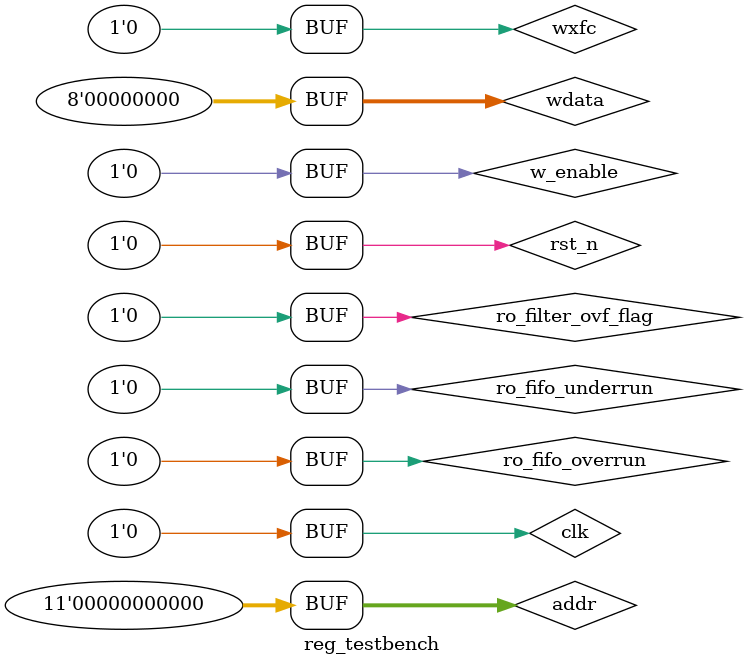
<source format=v>

`timescale 1ns / 1ps

module reg_testbench;

	// Inputs
	reg rst_n;
	reg clk;
	reg [10:0] addr;
	reg [7:0] wdata;
	reg w_enable;
	reg wxfc;
	reg ro_fifo_underrun;
	reg ro_fifo_overrun;
	reg ro_filter_ovf_flag;

	// Outputs
	wire rxfc;
	wire [7:0] rdata;
	wire rf_i2si_bist_en;
	wire [2:0] rf_filter_shift;
	wire rf_filter_clip_en;
	wire trig_fifo_overrun;
	wire trig_fifo_underrun;
	wire trig_filter_ovf_flag_clear;
	wire [7:0] rf_i2si_bist_start_val_a;
	wire [3:0] rf_i2si_bist_start_val_b;
	wire [7:0] rf_i2si_bist_incr;
	wire [7:0] rf_i2si_bist_upper_limit_a;
	wire [3:0] rf_i2si_bist_upper_limit_b;
	wire [7:0] rf_filter_coeff0_a;
	wire [7:0] rf_filter_coeff0_b;
	wire [7:0] rf_filter_coeff1_a;
	wire [7:0] rf_filter_coeff1_b;
	wire [7:0] rf_filter_coeff2_a;
	wire [7:0] rf_filter_coeff2_b;
	wire [7:0] rf_filter_coeff3_a;
	wire [7:0] rf_filter_coeff3_b;
	wire [7:0] rf_filter_coeff4_a;
	wire [7:0] rf_filter_coeff4_b;
	wire [7:0] rf_filter_coeff5_a;
	wire [7:0] rf_filter_coeff5_b;
	wire [7:0] rf_filter_coeff6_a;
	wire [7:0] rf_filter_coeff6_b;
	wire [7:0] rf_filter_coeff7_a;
	wire [7:0] rf_filter_coeff7_b;
	wire [7:0] rf_filter_coeff8_a;
	wire [7:0] rf_filter_coeff8_b;
	wire [7:0] rf_filter_coeff9_a;
	wire [7:0] rf_filter_coeff9_b;
	wire [7:0] rf_filter_coeff10_a;
	wire [7:0] rf_filter_coeff10_b;
	wire [7:0] rf_filter_coeff11_a;
	wire [7:0] rf_filter_coeff11_b;
	wire [7:0] rf_filter_coeff12_a;
	wire [7:0] rf_filter_coeff12_b;
	wire [7:0] rf_filter_coeff13_a;
	wire [7:0] rf_filter_coeff13_b;
	wire [7:0] rf_filter_coeff14_a;
	wire [7:0] rf_filter_coeff14_b;
	wire [7:0] rf_filter_coeff15_a;
	wire [7:0] rf_filter_coeff15_b;
	wire [7:0] rf_filter_coeff16_a;
	wire [7:0] rf_filter_coeff16_b;
	wire [7:0] rf_filter_coeff17_a;
	wire [7:0] rf_filter_coeff17_b;
	wire [7:0] rf_filter_coeff18_a;
	wire [7:0] rf_filter_coeff18_b;
	wire [7:0] rf_filter_coeff19_a;
	wire [7:0] rf_filter_coeff19_b;
	wire [7:0] rf_filter_coeff20_a;
	wire [7:0] rf_filter_coeff20_b;
	wire [7:0] rf_filter_coeff21_a;
	wire [7:0] rf_filter_coeff21_b;
	wire [7:0] rf_filter_coeff22_a;
	wire [7:0] rf_filter_coeff22_b;
	wire [7:0] rf_filter_coeff23_a;
	wire [7:0] rf_filter_coeff23_b;
	wire [7:0] rf_filter_coeff24_a;
	wire [7:0] rf_filter_coeff24_b;
	wire [7:0] rf_filter_coeff25_a;
	wire [7:0] rf_filter_coeff25_b;
	wire [7:0] rf_filter_coeff26_a;
	wire [7:0] rf_filter_coeff26_b;
	wire [7:0] rf_filter_coeff27_a;
	wire [7:0] rf_filter_coeff27_b;
	wire [7:0] rf_filter_coeff28_a;
	wire [7:0] rf_filter_coeff28_b;
	wire [7:0] rf_filter_coeff29_a;
	wire [7:0] rf_filter_coeff29_b;
	wire [7:0] rf_filter_coeff30_a;
	wire [7:0] rf_filter_coeff30_b;
	wire [7:0] rf_filter_coeff31_a;
	wire [7:0] rf_filter_coeff31_b;
	wire [7:0] rf_filter_coeff32_a;
	wire [7:0] rf_filter_coeff32_b;
	wire [7:0] rf_filter_coeff33_a;
	wire [7:0] rf_filter_coeff33_b;
	wire [7:0] rf_filter_coeff34_a;
	wire [7:0] rf_filter_coeff34_b;
	wire [7:0] rf_filter_coeff35_a;
	wire [7:0] rf_filter_coeff35_b;
	wire [7:0] rf_filter_coeff36_a;
	wire [7:0] rf_filter_coeff36_b;
	wire [7:0] rf_filter_coeff37_a;
	wire [7:0] rf_filter_coeff37_b;
	wire [7:0] rf_filter_coeff38_a;
	wire [7:0] rf_filter_coeff38_b;
	wire [7:0] rf_filter_coeff39_a;
	wire [7:0] rf_filter_coeff39_b;
	wire [7:0] rf_filter_coeff40_a;
	wire [7:0] rf_filter_coeff40_b;
	wire [7:0] rf_filter_coeff41_a;
	wire [7:0] rf_filter_coeff41_b;
	wire [7:0] rf_filter_coeff42_a;
	wire [7:0] rf_filter_coeff42_b;
	wire [7:0] rf_filter_coeff43_a;
	wire [7:0] rf_filter_coeff43_b;
	wire [7:0] rf_filter_coeff44_a;
	wire [7:0] rf_filter_coeff44_b;
	wire [7:0] rf_filter_coeff45_a;
	wire [7:0] rf_filter_coeff45_b;
	wire [7:0] rf_filter_coeff46_a;
	wire [7:0] rf_filter_coeff46_b;
	wire [7:0] rf_filter_coeff47_a;
	wire [7:0] rf_filter_coeff47_b;
	wire [7:0] rf_filter_coeff48_a;
	wire [7:0] rf_filter_coeff48_b;
	wire [7:0] rf_filter_coeff49_a;
	wire [7:0] rf_filter_coeff49_b;
	wire [7:0] rf_filter_coeff50_a;
	wire [7:0] rf_filter_coeff50_b;
	wire [7:0] rf_filter_coeff51_a;
	wire [7:0] rf_filter_coeff51_b;
	wire [7:0] rf_filter_coeff52_a;
	wire [7:0] rf_filter_coeff52_b;
	wire [7:0] rf_filter_coeff53_a;
	wire [7:0] rf_filter_coeff53_b;
	wire [7:0] rf_filter_coeff54_a;
	wire [7:0] rf_filter_coeff54_b;
	wire [7:0] rf_filter_coeff55_a;
	wire [7:0] rf_filter_coeff55_b;
	wire [7:0] rf_filter_coeff56_a;
	wire [7:0] rf_filter_coeff56_b;
	wire [7:0] rf_filter_coeff57_a;
	wire [7:0] rf_filter_coeff57_b;
	wire [7:0] rf_filter_coeff58_a;
	wire [7:0] rf_filter_coeff58_b;
	wire [7:0] rf_filter_coeff59_a;
	wire [7:0] rf_filter_coeff59_b;
	wire [7:0] rf_filter_coeff60_a;
	wire [7:0] rf_filter_coeff60_b;
	wire [7:0] rf_filter_coeff61_a;
	wire [7:0] rf_filter_coeff61_b;
	wire [7:0] rf_filter_coeff62_a;
	wire [7:0] rf_filter_coeff62_b;
	wire [7:0] rf_filter_coeff63_a;
	wire [7:0] rf_filter_coeff63_b;
	wire [7:0] rf_filter_coeff64_a;
	wire [7:0] rf_filter_coeff64_b;
	wire [7:0] rf_filter_coeff65_a;
	wire [7:0] rf_filter_coeff65_b;
	wire [7:0] rf_filter_coeff66_a;
	wire [7:0] rf_filter_coeff66_b;
	wire [7:0] rf_filter_coeff67_a;
	wire [7:0] rf_filter_coeff67_b;
	wire [7:0] rf_filter_coeff68_a;
	wire [7:0] rf_filter_coeff68_b;
	wire [7:0] rf_filter_coeff69_a;
	wire [7:0] rf_filter_coeff69_b;
	wire [7:0] rf_filter_coeff70_a;
	wire [7:0] rf_filter_coeff70_b;
	wire [7:0] rf_filter_coeff71_a;
	wire [7:0] rf_filter_coeff71_b;
	wire [7:0] rf_filter_coeff72_a;
	wire [7:0] rf_filter_coeff72_b;
	wire [7:0] rf_filter_coeff73_a;
	wire [7:0] rf_filter_coeff73_b;
	wire [7:0] rf_filter_coeff74_a;
	wire [7:0] rf_filter_coeff74_b;
	wire [7:0] rf_filter_coeff75_a;
	wire [7:0] rf_filter_coeff75_b;
	wire [7:0] rf_filter_coeff76_a;
	wire [7:0] rf_filter_coeff76_b;
	wire [7:0] rf_filter_coeff77_a;
	wire [7:0] rf_filter_coeff77_b;
	wire [7:0] rf_filter_coeff78_a;
	wire [7:0] rf_filter_coeff78_b;
	wire [7:0] rf_filter_coeff79_a;
	wire [7:0] rf_filter_coeff79_b;
	wire [7:0] rf_filter_coeff80_a;
	wire [7:0] rf_filter_coeff80_b;
	wire [7:0] rf_filter_coeff81_a;
	wire [7:0] rf_filter_coeff81_b;
	wire [7:0] rf_filter_coeff82_a;
	wire [7:0] rf_filter_coeff82_b;
	wire [7:0] rf_filter_coeff83_a;
	wire [7:0] rf_filter_coeff83_b;
	wire [7:0] rf_filter_coeff84_a;
	wire [7:0] rf_filter_coeff84_b;
	wire [7:0] rf_filter_coeff85_a;
	wire [7:0] rf_filter_coeff85_b;
	wire [7:0] rf_filter_coeff86_a;
	wire [7:0] rf_filter_coeff86_b;
	wire [7:0] rf_filter_coeff87_a;
	wire [7:0] rf_filter_coeff87_b;
	wire [7:0] rf_filter_coeff88_a;
	wire [7:0] rf_filter_coeff88_b;
	wire [7:0] rf_filter_coeff89_a;
	wire [7:0] rf_filter_coeff89_b;
	wire [7:0] rf_filter_coeff90_a;
	wire [7:0] rf_filter_coeff90_b;
	wire [7:0] rf_filter_coeff91_a;
	wire [7:0] rf_filter_coeff91_b;
	wire [7:0] rf_filter_coeff92_a;
	wire [7:0] rf_filter_coeff92_b;
	wire [7:0] rf_filter_coeff93_a;
	wire [7:0] rf_filter_coeff93_b;
	wire [7:0] rf_filter_coeff94_a;
	wire [7:0] rf_filter_coeff94_b;
	wire [7:0] rf_filter_coeff95_a;
	wire [7:0] rf_filter_coeff95_b;
	wire [7:0] rf_filter_coeff96_a;
	wire [7:0] rf_filter_coeff96_b;
	wire [7:0] rf_filter_coeff97_a;
	wire [7:0] rf_filter_coeff97_b;
	wire [7:0] rf_filter_coeff98_a;
	wire [7:0] rf_filter_coeff98_b;
	wire [7:0] rf_filter_coeff99_a;
	wire [7:0] rf_filter_coeff99_b;
	wire [7:0] rf_filter_coeff100_a;
	wire [7:0] rf_filter_coeff100_b;
	wire [7:0] rf_filter_coeff101_a;
	wire [7:0] rf_filter_coeff101_b;
	wire [7:0] rf_filter_coeff102_a;
	wire [7:0] rf_filter_coeff102_b;
	wire [7:0] rf_filter_coeff103_a;
	wire [7:0] rf_filter_coeff103_b;
	wire [7:0] rf_filter_coeff104_a;
	wire [7:0] rf_filter_coeff104_b;
	wire [7:0] rf_filter_coeff105_a;
	wire [7:0] rf_filter_coeff105_b;
	wire [7:0] rf_filter_coeff106_a;
	wire [7:0] rf_filter_coeff106_b;
	wire [7:0] rf_filter_coeff107_a;
	wire [7:0] rf_filter_coeff107_b;
	wire [7:0] rf_filter_coeff108_a;
	wire [7:0] rf_filter_coeff108_b;
	wire [7:0] rf_filter_coeff109_a;
	wire [7:0] rf_filter_coeff109_b;
	wire [7:0] rf_filter_coeff110_a;
	wire [7:0] rf_filter_coeff110_b;
	wire [7:0] rf_filter_coeff111_a;
	wire [7:0] rf_filter_coeff111_b;
	wire [7:0] rf_filter_coeff112_a;
	wire [7:0] rf_filter_coeff112_b;
	wire [7:0] rf_filter_coeff113_a;
	wire [7:0] rf_filter_coeff113_b;
	wire [7:0] rf_filter_coeff114_a;
	wire [7:0] rf_filter_coeff114_b;
	wire [7:0] rf_filter_coeff115_a;
	wire [7:0] rf_filter_coeff115_b;
	wire [7:0] rf_filter_coeff116_a;
	wire [7:0] rf_filter_coeff116_b;
	wire [7:0] rf_filter_coeff117_a;
	wire [7:0] rf_filter_coeff117_b;
	wire [7:0] rf_filter_coeff118_a;
	wire [7:0] rf_filter_coeff118_b;
	wire [7:0] rf_filter_coeff119_a;
	wire [7:0] rf_filter_coeff119_b;
	wire [7:0] rf_filter_coeff120_a;
	wire [7:0] rf_filter_coeff120_b;
	wire [7:0] rf_filter_coeff121_a;
	wire [7:0] rf_filter_coeff121_b;
	wire [7:0] rf_filter_coeff122_a;
	wire [7:0] rf_filter_coeff122_b;
	wire [7:0] rf_filter_coeff123_a;
	wire [7:0] rf_filter_coeff123_b;
	wire [7:0] rf_filter_coeff124_a;
	wire [7:0] rf_filter_coeff124_b;
	wire [7:0] rf_filter_coeff125_a;
	wire [7:0] rf_filter_coeff125_b;
	wire [7:0] rf_filter_coeff126_a;
	wire [7:0] rf_filter_coeff126_b;
	wire [7:0] rf_filter_coeff127_a;
	wire [7:0] rf_filter_coeff127_b;
	wire [7:0] rf_filter_coeff128_a;
	wire [7:0] rf_filter_coeff128_b;
	wire [7:0] rf_filter_coeff129_a;
	wire [7:0] rf_filter_coeff129_b;
	wire [7:0] rf_filter_coeff130_a;
	wire [7:0] rf_filter_coeff130_b;
	wire [7:0] rf_filter_coeff131_a;
	wire [7:0] rf_filter_coeff131_b;
	wire [7:0] rf_filter_coeff132_a;
	wire [7:0] rf_filter_coeff132_b;
	wire [7:0] rf_filter_coeff133_a;
	wire [7:0] rf_filter_coeff133_b;
	wire [7:0] rf_filter_coeff134_a;
	wire [7:0] rf_filter_coeff134_b;
	wire [7:0] rf_filter_coeff135_a;
	wire [7:0] rf_filter_coeff135_b;
	wire [7:0] rf_filter_coeff136_a;
	wire [7:0] rf_filter_coeff136_b;
	wire [7:0] rf_filter_coeff137_a;
	wire [7:0] rf_filter_coeff137_b;
	wire [7:0] rf_filter_coeff138_a;
	wire [7:0] rf_filter_coeff138_b;
	wire [7:0] rf_filter_coeff139_a;
	wire [7:0] rf_filter_coeff139_b;
	wire [7:0] rf_filter_coeff140_a;
	wire [7:0] rf_filter_coeff140_b;
	wire [7:0] rf_filter_coeff141_a;
	wire [7:0] rf_filter_coeff141_b;
	wire [7:0] rf_filter_coeff142_a;
	wire [7:0] rf_filter_coeff142_b;
	wire [7:0] rf_filter_coeff143_a;
	wire [7:0] rf_filter_coeff143_b;
	wire [7:0] rf_filter_coeff144_a;
	wire [7:0] rf_filter_coeff144_b;
	wire [7:0] rf_filter_coeff145_a;
	wire [7:0] rf_filter_coeff145_b;
	wire [7:0] rf_filter_coeff146_a;
	wire [7:0] rf_filter_coeff146_b;
	wire [7:0] rf_filter_coeff147_a;
	wire [7:0] rf_filter_coeff147_b;
	wire [7:0] rf_filter_coeff148_a;
	wire [7:0] rf_filter_coeff148_b;
	wire [7:0] rf_filter_coeff149_a;
	wire [7:0] rf_filter_coeff149_b;
	wire [7:0] rf_filter_coeff150_a;
	wire [7:0] rf_filter_coeff150_b;
	wire [7:0] rf_filter_coeff151_a;
	wire [7:0] rf_filter_coeff151_b;
	wire [7:0] rf_filter_coeff152_a;
	wire [7:0] rf_filter_coeff152_b;
	wire [7:0] rf_filter_coeff153_a;
	wire [7:0] rf_filter_coeff153_b;
	wire [7:0] rf_filter_coeff154_a;
	wire [7:0] rf_filter_coeff154_b;
	wire [7:0] rf_filter_coeff155_a;
	wire [7:0] rf_filter_coeff155_b;
	wire [7:0] rf_filter_coeff156_a;
	wire [7:0] rf_filter_coeff156_b;
	wire [7:0] rf_filter_coeff157_a;
	wire [7:0] rf_filter_coeff157_b;
	wire [7:0] rf_filter_coeff158_a;
	wire [7:0] rf_filter_coeff158_b;
	wire [7:0] rf_filter_coeff159_a;
	wire [7:0] rf_filter_coeff159_b;
	wire [7:0] rf_filter_coeff160_a;
	wire [7:0] rf_filter_coeff160_b;
	wire [7:0] rf_filter_coeff161_a;
	wire [7:0] rf_filter_coeff161_b;
	wire [7:0] rf_filter_coeff162_a;
	wire [7:0] rf_filter_coeff162_b;
	wire [7:0] rf_filter_coeff163_a;
	wire [7:0] rf_filter_coeff163_b;
	wire [7:0] rf_filter_coeff164_a;
	wire [7:0] rf_filter_coeff164_b;
	wire [7:0] rf_filter_coeff165_a;
	wire [7:0] rf_filter_coeff165_b;
	wire [7:0] rf_filter_coeff166_a;
	wire [7:0] rf_filter_coeff166_b;
	wire [7:0] rf_filter_coeff167_a;
	wire [7:0] rf_filter_coeff167_b;
	wire [7:0] rf_filter_coeff168_a;
	wire [7:0] rf_filter_coeff168_b;
	wire [7:0] rf_filter_coeff169_a;
	wire [7:0] rf_filter_coeff169_b;
	wire [7:0] rf_filter_coeff170_a;
	wire [7:0] rf_filter_coeff170_b;
	wire [7:0] rf_filter_coeff171_a;
	wire [7:0] rf_filter_coeff171_b;
	wire [7:0] rf_filter_coeff172_a;
	wire [7:0] rf_filter_coeff172_b;
	wire [7:0] rf_filter_coeff173_a;
	wire [7:0] rf_filter_coeff173_b;
	wire [7:0] rf_filter_coeff174_a;
	wire [7:0] rf_filter_coeff174_b;
	wire [7:0] rf_filter_coeff175_a;
	wire [7:0] rf_filter_coeff175_b;
	wire [7:0] rf_filter_coeff176_a;
	wire [7:0] rf_filter_coeff176_b;
	wire [7:0] rf_filter_coeff177_a;
	wire [7:0] rf_filter_coeff177_b;
	wire [7:0] rf_filter_coeff178_a;
	wire [7:0] rf_filter_coeff178_b;
	wire [7:0] rf_filter_coeff179_a;
	wire [7:0] rf_filter_coeff179_b;
	wire [7:0] rf_filter_coeff180_a;
	wire [7:0] rf_filter_coeff180_b;
	wire [7:0] rf_filter_coeff181_a;
	wire [7:0] rf_filter_coeff181_b;
	wire [7:0] rf_filter_coeff182_a;
	wire [7:0] rf_filter_coeff182_b;
	wire [7:0] rf_filter_coeff183_a;
	wire [7:0] rf_filter_coeff183_b;
	wire [7:0] rf_filter_coeff184_a;
	wire [7:0] rf_filter_coeff184_b;
	wire [7:0] rf_filter_coeff185_a;
	wire [7:0] rf_filter_coeff185_b;
	wire [7:0] rf_filter_coeff186_a;
	wire [7:0] rf_filter_coeff186_b;
	wire [7:0] rf_filter_coeff187_a;
	wire [7:0] rf_filter_coeff187_b;
	wire [7:0] rf_filter_coeff188_a;
	wire [7:0] rf_filter_coeff188_b;
	wire [7:0] rf_filter_coeff189_a;
	wire [7:0] rf_filter_coeff189_b;
	wire [7:0] rf_filter_coeff190_a;
	wire [7:0] rf_filter_coeff190_b;
	wire [7:0] rf_filter_coeff191_a;
	wire [7:0] rf_filter_coeff191_b;
	wire [7:0] rf_filter_coeff192_a;
	wire [7:0] rf_filter_coeff192_b;
	wire [7:0] rf_filter_coeff193_a;
	wire [7:0] rf_filter_coeff193_b;
	wire [7:0] rf_filter_coeff194_a;
	wire [7:0] rf_filter_coeff194_b;
	wire [7:0] rf_filter_coeff195_a;
	wire [7:0] rf_filter_coeff195_b;
	wire [7:0] rf_filter_coeff196_a;
	wire [7:0] rf_filter_coeff196_b;
	wire [7:0] rf_filter_coeff197_a;
	wire [7:0] rf_filter_coeff197_b;
	wire [7:0] rf_filter_coeff198_a;
	wire [7:0] rf_filter_coeff198_b;
	wire [7:0] rf_filter_coeff199_a;
	wire [7:0] rf_filter_coeff199_b;
	wire [7:0] rf_filter_coeff200_a;
	wire [7:0] rf_filter_coeff200_b;
	wire [7:0] rf_filter_coeff201_a;
	wire [7:0] rf_filter_coeff201_b;
	wire [7:0] rf_filter_coeff202_a;
	wire [7:0] rf_filter_coeff202_b;
	wire [7:0] rf_filter_coeff203_a;
	wire [7:0] rf_filter_coeff203_b;
	wire [7:0] rf_filter_coeff204_a;
	wire [7:0] rf_filter_coeff204_b;
	wire [7:0] rf_filter_coeff205_a;
	wire [7:0] rf_filter_coeff205_b;
	wire [7:0] rf_filter_coeff206_a;
	wire [7:0] rf_filter_coeff206_b;
	wire [7:0] rf_filter_coeff207_a;
	wire [7:0] rf_filter_coeff207_b;
	wire [7:0] rf_filter_coeff208_a;
	wire [7:0] rf_filter_coeff208_b;
	wire [7:0] rf_filter_coeff209_a;
	wire [7:0] rf_filter_coeff209_b;
	wire [7:0] rf_filter_coeff210_a;
	wire [7:0] rf_filter_coeff210_b;
	wire [7:0] rf_filter_coeff211_a;
	wire [7:0] rf_filter_coeff211_b;
	wire [7:0] rf_filter_coeff212_a;
	wire [7:0] rf_filter_coeff212_b;
	wire [7:0] rf_filter_coeff213_a;
	wire [7:0] rf_filter_coeff213_b;
	wire [7:0] rf_filter_coeff214_a;
	wire [7:0] rf_filter_coeff214_b;
	wire [7:0] rf_filter_coeff215_a;
	wire [7:0] rf_filter_coeff215_b;
	wire [7:0] rf_filter_coeff216_a;
	wire [7:0] rf_filter_coeff216_b;
	wire [7:0] rf_filter_coeff217_a;
	wire [7:0] rf_filter_coeff217_b;
	wire [7:0] rf_filter_coeff218_a;
	wire [7:0] rf_filter_coeff218_b;
	wire [7:0] rf_filter_coeff219_a;
	wire [7:0] rf_filter_coeff219_b;
	wire [7:0] rf_filter_coeff220_a;
	wire [7:0] rf_filter_coeff220_b;
	wire [7:0] rf_filter_coeff221_a;
	wire [7:0] rf_filter_coeff221_b;
	wire [7:0] rf_filter_coeff222_a;
	wire [7:0] rf_filter_coeff222_b;
	wire [7:0] rf_filter_coeff223_a;
	wire [7:0] rf_filter_coeff223_b;
	wire [7:0] rf_filter_coeff224_a;
	wire [7:0] rf_filter_coeff224_b;
	wire [7:0] rf_filter_coeff225_a;
	wire [7:0] rf_filter_coeff225_b;
	wire [7:0] rf_filter_coeff226_a;
	wire [7:0] rf_filter_coeff226_b;
	wire [7:0] rf_filter_coeff227_a;
	wire [7:0] rf_filter_coeff227_b;
	wire [7:0] rf_filter_coeff228_a;
	wire [7:0] rf_filter_coeff228_b;
	wire [7:0] rf_filter_coeff229_a;
	wire [7:0] rf_filter_coeff229_b;
	wire [7:0] rf_filter_coeff230_a;
	wire [7:0] rf_filter_coeff230_b;
	wire [7:0] rf_filter_coeff231_a;
	wire [7:0] rf_filter_coeff231_b;
	wire [7:0] rf_filter_coeff232_a;
	wire [7:0] rf_filter_coeff232_b;
	wire [7:0] rf_filter_coeff233_a;
	wire [7:0] rf_filter_coeff233_b;
	wire [7:0] rf_filter_coeff234_a;
	wire [7:0] rf_filter_coeff234_b;
	wire [7:0] rf_filter_coeff235_a;
	wire [7:0] rf_filter_coeff235_b;
	wire [7:0] rf_filter_coeff236_a;
	wire [7:0] rf_filter_coeff236_b;
	wire [7:0] rf_filter_coeff237_a;
	wire [7:0] rf_filter_coeff237_b;
	wire [7:0] rf_filter_coeff238_a;
	wire [7:0] rf_filter_coeff238_b;
	wire [7:0] rf_filter_coeff239_a;
	wire [7:0] rf_filter_coeff239_b;
	wire [7:0] rf_filter_coeff240_a;
	wire [7:0] rf_filter_coeff240_b;
	wire [7:0] rf_filter_coeff241_a;
	wire [7:0] rf_filter_coeff241_b;
	wire [7:0] rf_filter_coeff242_a;
	wire [7:0] rf_filter_coeff242_b;
	wire [7:0] rf_filter_coeff243_a;
	wire [7:0] rf_filter_coeff243_b;
	wire [7:0] rf_filter_coeff244_a;
	wire [7:0] rf_filter_coeff244_b;
	wire [7:0] rf_filter_coeff245_a;
	wire [7:0] rf_filter_coeff245_b;
	wire [7:0] rf_filter_coeff246_a;
	wire [7:0] rf_filter_coeff246_b;
	wire [7:0] rf_filter_coeff247_a;
	wire [7:0] rf_filter_coeff247_b;
	wire [7:0] rf_filter_coeff248_a;
	wire [7:0] rf_filter_coeff248_b;
	wire [7:0] rf_filter_coeff249_a;
	wire [7:0] rf_filter_coeff249_b;
	wire [7:0] rf_filter_coeff250_a;
	wire [7:0] rf_filter_coeff250_b;
	wire [7:0] rf_filter_coeff251_a;
	wire [7:0] rf_filter_coeff251_b;
	wire [7:0] rf_filter_coeff252_a;
	wire [7:0] rf_filter_coeff252_b;
	wire [7:0] rf_filter_coeff253_a;
	wire [7:0] rf_filter_coeff253_b;
	wire [7:0] rf_filter_coeff254_a;
	wire [7:0] rf_filter_coeff254_b;
	wire [7:0] rf_filter_coeff255_a;
	wire [7:0] rf_filter_coeff255_b;
	wire [7:0] rf_filter_coeff256_a;
	wire [7:0] rf_filter_coeff256_b;
	wire [7:0] rf_filter_coeff257_a;
	wire [7:0] rf_filter_coeff257_b;
	wire [7:0] rf_filter_coeff258_a;
	wire [7:0] rf_filter_coeff258_b;
	wire [7:0] rf_filter_coeff259_a;
	wire [7:0] rf_filter_coeff259_b;
	wire [7:0] rf_filter_coeff260_a;
	wire [7:0] rf_filter_coeff260_b;
	wire [7:0] rf_filter_coeff261_a;
	wire [7:0] rf_filter_coeff261_b;
	wire [7:0] rf_filter_coeff262_a;
	wire [7:0] rf_filter_coeff262_b;
	wire [7:0] rf_filter_coeff263_a;
	wire [7:0] rf_filter_coeff263_b;
	wire [7:0] rf_filter_coeff264_a;
	wire [7:0] rf_filter_coeff264_b;
	wire [7:0] rf_filter_coeff265_a;
	wire [7:0] rf_filter_coeff265_b;
	wire [7:0] rf_filter_coeff266_a;
	wire [7:0] rf_filter_coeff266_b;
	wire [7:0] rf_filter_coeff267_a;
	wire [7:0] rf_filter_coeff267_b;
	wire [7:0] rf_filter_coeff268_a;
	wire [7:0] rf_filter_coeff268_b;
	wire [7:0] rf_filter_coeff269_a;
	wire [7:0] rf_filter_coeff269_b;
	wire [7:0] rf_filter_coeff270_a;
	wire [7:0] rf_filter_coeff270_b;
	wire [7:0] rf_filter_coeff271_a;
	wire [7:0] rf_filter_coeff271_b;
	wire [7:0] rf_filter_coeff272_a;
	wire [7:0] rf_filter_coeff272_b;
	wire [7:0] rf_filter_coeff273_a;
	wire [7:0] rf_filter_coeff273_b;
	wire [7:0] rf_filter_coeff274_a;
	wire [7:0] rf_filter_coeff274_b;
	wire [7:0] rf_filter_coeff275_a;
	wire [7:0] rf_filter_coeff275_b;
	wire [7:0] rf_filter_coeff276_a;
	wire [7:0] rf_filter_coeff276_b;
	wire [7:0] rf_filter_coeff277_a;
	wire [7:0] rf_filter_coeff277_b;
	wire [7:0] rf_filter_coeff278_a;
	wire [7:0] rf_filter_coeff278_b;
	wire [7:0] rf_filter_coeff279_a;
	wire [7:0] rf_filter_coeff279_b;
	wire [7:0] rf_filter_coeff280_a;
	wire [7:0] rf_filter_coeff280_b;
	wire [7:0] rf_filter_coeff281_a;
	wire [7:0] rf_filter_coeff281_b;
	wire [7:0] rf_filter_coeff282_a;
	wire [7:0] rf_filter_coeff282_b;
	wire [7:0] rf_filter_coeff283_a;
	wire [7:0] rf_filter_coeff283_b;
	wire [7:0] rf_filter_coeff284_a;
	wire [7:0] rf_filter_coeff284_b;
	wire [7:0] rf_filter_coeff285_a;
	wire [7:0] rf_filter_coeff285_b;
	wire [7:0] rf_filter_coeff286_a;
	wire [7:0] rf_filter_coeff286_b;
	wire [7:0] rf_filter_coeff287_a;
	wire [7:0] rf_filter_coeff287_b;
	wire [7:0] rf_filter_coeff288_a;
	wire [7:0] rf_filter_coeff288_b;
	wire [7:0] rf_filter_coeff289_a;
	wire [7:0] rf_filter_coeff289_b;
	wire [7:0] rf_filter_coeff290_a;
	wire [7:0] rf_filter_coeff290_b;
	wire [7:0] rf_filter_coeff291_a;
	wire [7:0] rf_filter_coeff291_b;
	wire [7:0] rf_filter_coeff292_a;
	wire [7:0] rf_filter_coeff292_b;
	wire [7:0] rf_filter_coeff293_a;
	wire [7:0] rf_filter_coeff293_b;
	wire [7:0] rf_filter_coeff294_a;
	wire [7:0] rf_filter_coeff294_b;
	wire [7:0] rf_filter_coeff295_a;
	wire [7:0] rf_filter_coeff295_b;
	wire [7:0] rf_filter_coeff296_a;
	wire [7:0] rf_filter_coeff296_b;
	wire [7:0] rf_filter_coeff297_a;
	wire [7:0] rf_filter_coeff297_b;
	wire [7:0] rf_filter_coeff298_a;
	wire [7:0] rf_filter_coeff298_b;
	wire [7:0] rf_filter_coeff299_a;
	wire [7:0] rf_filter_coeff299_b;
	wire [7:0] rf_filter_coeff300_a;
	wire [7:0] rf_filter_coeff300_b;
	wire [7:0] rf_filter_coeff301_a;
	wire [7:0] rf_filter_coeff301_b;
	wire [7:0] rf_filter_coeff302_a;
	wire [7:0] rf_filter_coeff302_b;
	wire [7:0] rf_filter_coeff303_a;
	wire [7:0] rf_filter_coeff303_b;
	wire [7:0] rf_filter_coeff304_a;
	wire [7:0] rf_filter_coeff304_b;
	wire [7:0] rf_filter_coeff305_a;
	wire [7:0] rf_filter_coeff305_b;
	wire [7:0] rf_filter_coeff306_a;
	wire [7:0] rf_filter_coeff306_b;
	wire [7:0] rf_filter_coeff307_a;
	wire [7:0] rf_filter_coeff307_b;
	wire [7:0] rf_filter_coeff308_a;
	wire [7:0] rf_filter_coeff308_b;
	wire [7:0] rf_filter_coeff309_a;
	wire [7:0] rf_filter_coeff309_b;
	wire [7:0] rf_filter_coeff310_a;
	wire [7:0] rf_filter_coeff310_b;
	wire [7:0] rf_filter_coeff311_a;
	wire [7:0] rf_filter_coeff311_b;
	wire [7:0] rf_filter_coeff312_a;
	wire [7:0] rf_filter_coeff312_b;
	wire [7:0] rf_filter_coeff313_a;
	wire [7:0] rf_filter_coeff313_b;
	wire [7:0] rf_filter_coeff314_a;
	wire [7:0] rf_filter_coeff314_b;
	wire [7:0] rf_filter_coeff315_a;
	wire [7:0] rf_filter_coeff315_b;
	wire [7:0] rf_filter_coeff316_a;
	wire [7:0] rf_filter_coeff316_b;
	wire [7:0] rf_filter_coeff317_a;
	wire [7:0] rf_filter_coeff317_b;
	wire [7:0] rf_filter_coeff318_a;
	wire [7:0] rf_filter_coeff318_b;
	wire [7:0] rf_filter_coeff319_a;
	wire [7:0] rf_filter_coeff319_b;
	wire [7:0] rf_filter_coeff320_a;
	wire [7:0] rf_filter_coeff320_b;
	wire [7:0] rf_filter_coeff321_a;
	wire [7:0] rf_filter_coeff321_b;
	wire [7:0] rf_filter_coeff322_a;
	wire [7:0] rf_filter_coeff322_b;
	wire [7:0] rf_filter_coeff323_a;
	wire [7:0] rf_filter_coeff323_b;
	wire [7:0] rf_filter_coeff324_a;
	wire [7:0] rf_filter_coeff324_b;
	wire [7:0] rf_filter_coeff325_a;
	wire [7:0] rf_filter_coeff325_b;
	wire [7:0] rf_filter_coeff326_a;
	wire [7:0] rf_filter_coeff326_b;
	wire [7:0] rf_filter_coeff327_a;
	wire [7:0] rf_filter_coeff327_b;
	wire [7:0] rf_filter_coeff328_a;
	wire [7:0] rf_filter_coeff328_b;
	wire [7:0] rf_filter_coeff329_a;
	wire [7:0] rf_filter_coeff329_b;
	wire [7:0] rf_filter_coeff330_a;
	wire [7:0] rf_filter_coeff330_b;
	wire [7:0] rf_filter_coeff331_a;
	wire [7:0] rf_filter_coeff331_b;
	wire [7:0] rf_filter_coeff332_a;
	wire [7:0] rf_filter_coeff332_b;
	wire [7:0] rf_filter_coeff333_a;
	wire [7:0] rf_filter_coeff333_b;
	wire [7:0] rf_filter_coeff334_a;
	wire [7:0] rf_filter_coeff334_b;
	wire [7:0] rf_filter_coeff335_a;
	wire [7:0] rf_filter_coeff335_b;
	wire [7:0] rf_filter_coeff336_a;
	wire [7:0] rf_filter_coeff336_b;
	wire [7:0] rf_filter_coeff337_a;
	wire [7:0] rf_filter_coeff337_b;
	wire [7:0] rf_filter_coeff338_a;
	wire [7:0] rf_filter_coeff338_b;
	wire [7:0] rf_filter_coeff339_a;
	wire [7:0] rf_filter_coeff339_b;
	wire [7:0] rf_filter_coeff340_a;
	wire [7:0] rf_filter_coeff340_b;
	wire [7:0] rf_filter_coeff341_a;
	wire [7:0] rf_filter_coeff341_b;
	wire [7:0] rf_filter_coeff342_a;
	wire [7:0] rf_filter_coeff342_b;
	wire [7:0] rf_filter_coeff343_a;
	wire [7:0] rf_filter_coeff343_b;
	wire [7:0] rf_filter_coeff344_a;
	wire [7:0] rf_filter_coeff344_b;
	wire [7:0] rf_filter_coeff345_a;
	wire [7:0] rf_filter_coeff345_b;
	wire [7:0] rf_filter_coeff346_a;
	wire [7:0] rf_filter_coeff346_b;
	wire [7:0] rf_filter_coeff347_a;
	wire [7:0] rf_filter_coeff347_b;
	wire [7:0] rf_filter_coeff348_a;
	wire [7:0] rf_filter_coeff348_b;
	wire [7:0] rf_filter_coeff349_a;
	wire [7:0] rf_filter_coeff349_b;
	wire [7:0] rf_filter_coeff350_a;
	wire [7:0] rf_filter_coeff350_b;
	wire [7:0] rf_filter_coeff351_a;
	wire [7:0] rf_filter_coeff351_b;
	wire [7:0] rf_filter_coeff352_a;
	wire [7:0] rf_filter_coeff352_b;
	wire [7:0] rf_filter_coeff353_a;
	wire [7:0] rf_filter_coeff353_b;
	wire [7:0] rf_filter_coeff354_a;
	wire [7:0] rf_filter_coeff354_b;
	wire [7:0] rf_filter_coeff355_a;
	wire [7:0] rf_filter_coeff355_b;
	wire [7:0] rf_filter_coeff356_a;
	wire [7:0] rf_filter_coeff356_b;
	wire [7:0] rf_filter_coeff357_a;
	wire [7:0] rf_filter_coeff357_b;
	wire [7:0] rf_filter_coeff358_a;
	wire [7:0] rf_filter_coeff358_b;
	wire [7:0] rf_filter_coeff359_a;
	wire [7:0] rf_filter_coeff359_b;
	wire [7:0] rf_filter_coeff360_a;
	wire [7:0] rf_filter_coeff360_b;
	wire [7:0] rf_filter_coeff361_a;
	wire [7:0] rf_filter_coeff361_b;
	wire [7:0] rf_filter_coeff362_a;
	wire [7:0] rf_filter_coeff362_b;
	wire [7:0] rf_filter_coeff363_a;
	wire [7:0] rf_filter_coeff363_b;
	wire [7:0] rf_filter_coeff364_a;
	wire [7:0] rf_filter_coeff364_b;
	wire [7:0] rf_filter_coeff365_a;
	wire [7:0] rf_filter_coeff365_b;
	wire [7:0] rf_filter_coeff366_a;
	wire [7:0] rf_filter_coeff366_b;
	wire [7:0] rf_filter_coeff367_a;
	wire [7:0] rf_filter_coeff367_b;
	wire [7:0] rf_filter_coeff368_a;
	wire [7:0] rf_filter_coeff368_b;
	wire [7:0] rf_filter_coeff369_a;
	wire [7:0] rf_filter_coeff369_b;
	wire [7:0] rf_filter_coeff370_a;
	wire [7:0] rf_filter_coeff370_b;
	wire [7:0] rf_filter_coeff371_a;
	wire [7:0] rf_filter_coeff371_b;
	wire [7:0] rf_filter_coeff372_a;
	wire [7:0] rf_filter_coeff372_b;
	wire [7:0] rf_filter_coeff373_a;
	wire [7:0] rf_filter_coeff373_b;
	wire [7:0] rf_filter_coeff374_a;
	wire [7:0] rf_filter_coeff374_b;
	wire [7:0] rf_filter_coeff375_a;
	wire [7:0] rf_filter_coeff375_b;
	wire [7:0] rf_filter_coeff376_a;
	wire [7:0] rf_filter_coeff376_b;
	wire [7:0] rf_filter_coeff377_a;
	wire [7:0] rf_filter_coeff377_b;
	wire [7:0] rf_filter_coeff378_a;
	wire [7:0] rf_filter_coeff378_b;
	wire [7:0] rf_filter_coeff379_a;
	wire [7:0] rf_filter_coeff379_b;
	wire [7:0] rf_filter_coeff380_a;
	wire [7:0] rf_filter_coeff380_b;
	wire [7:0] rf_filter_coeff381_a;
	wire [7:0] rf_filter_coeff381_b;
	wire [7:0] rf_filter_coeff382_a;
	wire [7:0] rf_filter_coeff382_b;
	wire [7:0] rf_filter_coeff383_a;
	wire [7:0] rf_filter_coeff383_b;
	wire [7:0] rf_filter_coeff384_a;
	wire [7:0] rf_filter_coeff384_b;
	wire [7:0] rf_filter_coeff385_a;
	wire [7:0] rf_filter_coeff385_b;
	wire [7:0] rf_filter_coeff386_a;
	wire [7:0] rf_filter_coeff386_b;
	wire [7:0] rf_filter_coeff387_a;
	wire [7:0] rf_filter_coeff387_b;
	wire [7:0] rf_filter_coeff388_a;
	wire [7:0] rf_filter_coeff388_b;
	wire [7:0] rf_filter_coeff389_a;
	wire [7:0] rf_filter_coeff389_b;
	wire [7:0] rf_filter_coeff390_a;
	wire [7:0] rf_filter_coeff390_b;
	wire [7:0] rf_filter_coeff391_a;
	wire [7:0] rf_filter_coeff391_b;
	wire [7:0] rf_filter_coeff392_a;
	wire [7:0] rf_filter_coeff392_b;
	wire [7:0] rf_filter_coeff393_a;
	wire [7:0] rf_filter_coeff393_b;
	wire [7:0] rf_filter_coeff394_a;
	wire [7:0] rf_filter_coeff394_b;
	wire [7:0] rf_filter_coeff395_a;
	wire [7:0] rf_filter_coeff395_b;
	wire [7:0] rf_filter_coeff396_a;
	wire [7:0] rf_filter_coeff396_b;
	wire [7:0] rf_filter_coeff397_a;
	wire [7:0] rf_filter_coeff397_b;
	wire [7:0] rf_filter_coeff398_a;
	wire [7:0] rf_filter_coeff398_b;
	wire [7:0] rf_filter_coeff399_a;
	wire [7:0] rf_filter_coeff399_b;
	wire [7:0] rf_filter_coeff400_a;
	wire [7:0] rf_filter_coeff400_b;
	wire [7:0] rf_filter_coeff401_a;
	wire [7:0] rf_filter_coeff401_b;
	wire [7:0] rf_filter_coeff402_a;
	wire [7:0] rf_filter_coeff402_b;
	wire [7:0] rf_filter_coeff403_a;
	wire [7:0] rf_filter_coeff403_b;
	wire [7:0] rf_filter_coeff404_a;
	wire [7:0] rf_filter_coeff404_b;
	wire [7:0] rf_filter_coeff405_a;
	wire [7:0] rf_filter_coeff405_b;
	wire [7:0] rf_filter_coeff406_a;
	wire [7:0] rf_filter_coeff406_b;
	wire [7:0] rf_filter_coeff407_a;
	wire [7:0] rf_filter_coeff407_b;
	wire [7:0] rf_filter_coeff408_a;
	wire [7:0] rf_filter_coeff408_b;
	wire [7:0] rf_filter_coeff409_a;
	wire [7:0] rf_filter_coeff409_b;
	wire [7:0] rf_filter_coeff410_a;
	wire [7:0] rf_filter_coeff410_b;
	wire [7:0] rf_filter_coeff411_a;
	wire [7:0] rf_filter_coeff411_b;
	wire [7:0] rf_filter_coeff412_a;
	wire [7:0] rf_filter_coeff412_b;
	wire [7:0] rf_filter_coeff413_a;
	wire [7:0] rf_filter_coeff413_b;
	wire [7:0] rf_filter_coeff414_a;
	wire [7:0] rf_filter_coeff414_b;
	wire [7:0] rf_filter_coeff415_a;
	wire [7:0] rf_filter_coeff415_b;
	wire [7:0] rf_filter_coeff416_a;
	wire [7:0] rf_filter_coeff416_b;
	wire [7:0] rf_filter_coeff417_a;
	wire [7:0] rf_filter_coeff417_b;
	wire [7:0] rf_filter_coeff418_a;
	wire [7:0] rf_filter_coeff418_b;
	wire [7:0] rf_filter_coeff419_a;
	wire [7:0] rf_filter_coeff419_b;
	wire [7:0] rf_filter_coeff420_a;
	wire [7:0] rf_filter_coeff420_b;
	wire [7:0] rf_filter_coeff421_a;
	wire [7:0] rf_filter_coeff421_b;
	wire [7:0] rf_filter_coeff422_a;
	wire [7:0] rf_filter_coeff422_b;
	wire [7:0] rf_filter_coeff423_a;
	wire [7:0] rf_filter_coeff423_b;
	wire [7:0] rf_filter_coeff424_a;
	wire [7:0] rf_filter_coeff424_b;
	wire [7:0] rf_filter_coeff425_a;
	wire [7:0] rf_filter_coeff425_b;
	wire [7:0] rf_filter_coeff426_a;
	wire [7:0] rf_filter_coeff426_b;
	wire [7:0] rf_filter_coeff427_a;
	wire [7:0] rf_filter_coeff427_b;
	wire [7:0] rf_filter_coeff428_a;
	wire [7:0] rf_filter_coeff428_b;
	wire [7:0] rf_filter_coeff429_a;
	wire [7:0] rf_filter_coeff429_b;
	wire [7:0] rf_filter_coeff430_a;
	wire [7:0] rf_filter_coeff430_b;
	wire [7:0] rf_filter_coeff431_a;
	wire [7:0] rf_filter_coeff431_b;
	wire [7:0] rf_filter_coeff432_a;
	wire [7:0] rf_filter_coeff432_b;
	wire [7:0] rf_filter_coeff433_a;
	wire [7:0] rf_filter_coeff433_b;
	wire [7:0] rf_filter_coeff434_a;
	wire [7:0] rf_filter_coeff434_b;
	wire [7:0] rf_filter_coeff435_a;
	wire [7:0] rf_filter_coeff435_b;
	wire [7:0] rf_filter_coeff436_a;
	wire [7:0] rf_filter_coeff436_b;
	wire [7:0] rf_filter_coeff437_a;
	wire [7:0] rf_filter_coeff437_b;
	wire [7:0] rf_filter_coeff438_a;
	wire [7:0] rf_filter_coeff438_b;
	wire [7:0] rf_filter_coeff439_a;
	wire [7:0] rf_filter_coeff439_b;
	wire [7:0] rf_filter_coeff440_a;
	wire [7:0] rf_filter_coeff440_b;
	wire [7:0] rf_filter_coeff441_a;
	wire [7:0] rf_filter_coeff441_b;
	wire [7:0] rf_filter_coeff442_a;
	wire [7:0] rf_filter_coeff442_b;
	wire [7:0] rf_filter_coeff443_a;
	wire [7:0] rf_filter_coeff443_b;
	wire [7:0] rf_filter_coeff444_a;
	wire [7:0] rf_filter_coeff444_b;
	wire [7:0] rf_filter_coeff445_a;
	wire [7:0] rf_filter_coeff445_b;
	wire [7:0] rf_filter_coeff446_a;
	wire [7:0] rf_filter_coeff446_b;
	wire [7:0] rf_filter_coeff447_a;
	wire [7:0] rf_filter_coeff447_b;
	wire [7:0] rf_filter_coeff448_a;
	wire [7:0] rf_filter_coeff448_b;
	wire [7:0] rf_filter_coeff449_a;
	wire [7:0] rf_filter_coeff449_b;
	wire [7:0] rf_filter_coeff450_a;
	wire [7:0] rf_filter_coeff450_b;
	wire [7:0] rf_filter_coeff451_a;
	wire [7:0] rf_filter_coeff451_b;
	wire [7:0] rf_filter_coeff452_a;
	wire [7:0] rf_filter_coeff452_b;
	wire [7:0] rf_filter_coeff453_a;
	wire [7:0] rf_filter_coeff453_b;
	wire [7:0] rf_filter_coeff454_a;
	wire [7:0] rf_filter_coeff454_b;
	wire [7:0] rf_filter_coeff455_a;
	wire [7:0] rf_filter_coeff455_b;
	wire [7:0] rf_filter_coeff456_a;
	wire [7:0] rf_filter_coeff456_b;
	wire [7:0] rf_filter_coeff457_a;
	wire [7:0] rf_filter_coeff457_b;
	wire [7:0] rf_filter_coeff458_a;
	wire [7:0] rf_filter_coeff458_b;
	wire [7:0] rf_filter_coeff459_a;
	wire [7:0] rf_filter_coeff459_b;
	wire [7:0] rf_filter_coeff460_a;
	wire [7:0] rf_filter_coeff460_b;
	wire [7:0] rf_filter_coeff461_a;
	wire [7:0] rf_filter_coeff461_b;
	wire [7:0] rf_filter_coeff462_a;
	wire [7:0] rf_filter_coeff462_b;
	wire [7:0] rf_filter_coeff463_a;
	wire [7:0] rf_filter_coeff463_b;
	wire [7:0] rf_filter_coeff464_a;
	wire [7:0] rf_filter_coeff464_b;
	wire [7:0] rf_filter_coeff465_a;
	wire [7:0] rf_filter_coeff465_b;
	wire [7:0] rf_filter_coeff466_a;
	wire [7:0] rf_filter_coeff466_b;
	wire [7:0] rf_filter_coeff467_a;
	wire [7:0] rf_filter_coeff467_b;
	wire [7:0] rf_filter_coeff468_a;
	wire [7:0] rf_filter_coeff468_b;
	wire [7:0] rf_filter_coeff469_a;
	wire [7:0] rf_filter_coeff469_b;
	wire [7:0] rf_filter_coeff470_a;
	wire [7:0] rf_filter_coeff470_b;
	wire [7:0] rf_filter_coeff471_a;
	wire [7:0] rf_filter_coeff471_b;
	wire [7:0] rf_filter_coeff472_a;
	wire [7:0] rf_filter_coeff472_b;
	wire [7:0] rf_filter_coeff473_a;
	wire [7:0] rf_filter_coeff473_b;
	wire [7:0] rf_filter_coeff474_a;
	wire [7:0] rf_filter_coeff474_b;
	wire [7:0] rf_filter_coeff475_a;
	wire [7:0] rf_filter_coeff475_b;
	wire [7:0] rf_filter_coeff476_a;
	wire [7:0] rf_filter_coeff476_b;
	wire [7:0] rf_filter_coeff477_a;
	wire [7:0] rf_filter_coeff477_b;
	wire [7:0] rf_filter_coeff478_a;
	wire [7:0] rf_filter_coeff478_b;
	wire [7:0] rf_filter_coeff479_a;
	wire [7:0] rf_filter_coeff479_b;
	wire [7:0] rf_filter_coeff480_a;
	wire [7:0] rf_filter_coeff480_b;
	wire [7:0] rf_filter_coeff481_a;
	wire [7:0] rf_filter_coeff481_b;
	wire [7:0] rf_filter_coeff482_a;
	wire [7:0] rf_filter_coeff482_b;
	wire [7:0] rf_filter_coeff483_a;
	wire [7:0] rf_filter_coeff483_b;
	wire [7:0] rf_filter_coeff484_a;
	wire [7:0] rf_filter_coeff484_b;
	wire [7:0] rf_filter_coeff485_a;
	wire [7:0] rf_filter_coeff485_b;
	wire [7:0] rf_filter_coeff486_a;
	wire [7:0] rf_filter_coeff486_b;
	wire [7:0] rf_filter_coeff487_a;
	wire [7:0] rf_filter_coeff487_b;
	wire [7:0] rf_filter_coeff488_a;
	wire [7:0] rf_filter_coeff488_b;
	wire [7:0] rf_filter_coeff489_a;
	wire [7:0] rf_filter_coeff489_b;
	wire [7:0] rf_filter_coeff490_a;
	wire [7:0] rf_filter_coeff490_b;
	wire [7:0] rf_filter_coeff491_a;
	wire [7:0] rf_filter_coeff491_b;
	wire [7:0] rf_filter_coeff492_a;
	wire [7:0] rf_filter_coeff492_b;
	wire [7:0] rf_filter_coeff493_a;
	wire [7:0] rf_filter_coeff493_b;
	wire [7:0] rf_filter_coeff494_a;
	wire [7:0] rf_filter_coeff494_b;
	wire [7:0] rf_filter_coeff495_a;
	wire [7:0] rf_filter_coeff495_b;
	wire [7:0] rf_filter_coeff496_a;
	wire [7:0] rf_filter_coeff496_b;
	wire [7:0] rf_filter_coeff497_a;
	wire [7:0] rf_filter_coeff497_b;
	wire [7:0] rf_filter_coeff498_a;
	wire [7:0] rf_filter_coeff498_b;
	wire [7:0] rf_filter_coeff499_a;
	wire [7:0] rf_filter_coeff499_b;
	wire [7:0] rf_filter_coeff500_a;
	wire [7:0] rf_filter_coeff500_b;
	wire [7:0] rf_filter_coeff501_a;
	wire [7:0] rf_filter_coeff501_b;
	wire [7:0] rf_filter_coeff502_a;
	wire [7:0] rf_filter_coeff502_b;
	wire [7:0] rf_filter_coeff503_a;
	wire [7:0] rf_filter_coeff503_b;
	wire [7:0] rf_filter_coeff504_a;
	wire [7:0] rf_filter_coeff504_b;
	wire [7:0] rf_filter_coeff505_a;
	wire [7:0] rf_filter_coeff505_b;
	wire [7:0] rf_filter_coeff506_a;
	wire [7:0] rf_filter_coeff506_b;
	wire [7:0] rf_filter_coeff507_a;
	wire [7:0] rf_filter_coeff507_b;
	wire [7:0] rf_filter_coeff508_a;
	wire [7:0] rf_filter_coeff508_b;
	wire [7:0] rf_filter_coeff509_a;
	wire [7:0] rf_filter_coeff509_b;
	wire [7:0] rf_filter_coeff510_a;
	wire [7:0] rf_filter_coeff510_b;
	wire [7:0] rf_filter_coeff511_a;
	wire [7:0] rf_filter_coeff511_b;

	// Instantiate the Unit Under Test (UUT)
	register uut (
		.rst_n(rst_n), 
		.clk(clk), 
		.addr(addr), 
		.wdata(wdata), 
		.w_enable(w_enable), 
		.wxfc(wxfc), 
		.rxfc(rxfc), 
		.ro_fifo_underrun(ro_fifo_underrun), 
		.ro_fifo_overrun(ro_fifo_overrun), 
		.rdata(rdata), 
		.rf_i2si_bist_en(rf_i2si_bist_en), 
		.rf_filter_shift(rf_filter_shift), 
		.rf_filter_clip_en(rf_filter_clip_en), 
		.ro_filter_ovf_flag(ro_filter_ovf_flag), 
		.trig_fifo_overrun(trig_fifo_overrun), 
		.trig_fifo_underrun(trig_fifo_underrun), 
		.trig_filter_ovf_flag_clear(trig_filter_ovf_flag_clear), 
		.rf_i2si_bist_start_val_a(rf_i2si_bist_start_val_a), 
		.rf_i2si_bist_start_val_b(rf_i2si_bist_start_val_b), 
		.rf_i2si_bist_incr(rf_i2si_bist_incr), 
		.rf_i2si_bist_upper_limit_a(rf_i2si_bist_upper_limit_a), 
		.rf_i2si_bist_upper_limit_b(rf_i2si_bist_upper_limit_b), 
		.rf_filter_coeff0_a(rf_filter_coeff0_a), 
		.rf_filter_coeff0_b(rf_filter_coeff0_b), 
		.rf_filter_coeff1_a(rf_filter_coeff1_a), 
		.rf_filter_coeff1_b(rf_filter_coeff1_b), 
		.rf_filter_coeff2_a(rf_filter_coeff2_a), 
		.rf_filter_coeff2_b(rf_filter_coeff2_b), 
		.rf_filter_coeff3_a(rf_filter_coeff3_a), 
		.rf_filter_coeff3_b(rf_filter_coeff3_b), 
		.rf_filter_coeff4_a(rf_filter_coeff4_a), 
		.rf_filter_coeff4_b(rf_filter_coeff4_b), 
		.rf_filter_coeff5_a(rf_filter_coeff5_a), 
		.rf_filter_coeff5_b(rf_filter_coeff5_b), 
		.rf_filter_coeff6_a(rf_filter_coeff6_a), 
		.rf_filter_coeff6_b(rf_filter_coeff6_b), 
		.rf_filter_coeff7_a(rf_filter_coeff7_a), 
		.rf_filter_coeff7_b(rf_filter_coeff7_b), 
		.rf_filter_coeff8_a(rf_filter_coeff8_a), 
		.rf_filter_coeff8_b(rf_filter_coeff8_b), 
		.rf_filter_coeff9_a(rf_filter_coeff9_a), 
		.rf_filter_coeff9_b(rf_filter_coeff9_b), 
		.rf_filter_coeff10_a(rf_filter_coeff10_a), 
		.rf_filter_coeff10_b(rf_filter_coeff10_b), 
		.rf_filter_coeff11_a(rf_filter_coeff11_a), 
		.rf_filter_coeff11_b(rf_filter_coeff11_b), 
		.rf_filter_coeff12_a(rf_filter_coeff12_a), 
		.rf_filter_coeff12_b(rf_filter_coeff12_b), 
		.rf_filter_coeff13_a(rf_filter_coeff13_a), 
		.rf_filter_coeff13_b(rf_filter_coeff13_b), 
		.rf_filter_coeff14_a(rf_filter_coeff14_a), 
		.rf_filter_coeff14_b(rf_filter_coeff14_b), 
		.rf_filter_coeff15_a(rf_filter_coeff15_a), 
		.rf_filter_coeff15_b(rf_filter_coeff15_b), 
		.rf_filter_coeff16_a(rf_filter_coeff16_a), 
		.rf_filter_coeff16_b(rf_filter_coeff16_b), 
		.rf_filter_coeff17_a(rf_filter_coeff17_a), 
		.rf_filter_coeff17_b(rf_filter_coeff17_b), 
		.rf_filter_coeff18_a(rf_filter_coeff18_a), 
		.rf_filter_coeff18_b(rf_filter_coeff18_b), 
		.rf_filter_coeff19_a(rf_filter_coeff19_a), 
		.rf_filter_coeff19_b(rf_filter_coeff19_b), 
		.rf_filter_coeff20_a(rf_filter_coeff20_a), 
		.rf_filter_coeff20_b(rf_filter_coeff20_b), 
		.rf_filter_coeff21_a(rf_filter_coeff21_a), 
		.rf_filter_coeff21_b(rf_filter_coeff21_b), 
		.rf_filter_coeff22_a(rf_filter_coeff22_a), 
		.rf_filter_coeff22_b(rf_filter_coeff22_b), 
		.rf_filter_coeff23_a(rf_filter_coeff23_a), 
		.rf_filter_coeff23_b(rf_filter_coeff23_b), 
		.rf_filter_coeff24_a(rf_filter_coeff24_a), 
		.rf_filter_coeff24_b(rf_filter_coeff24_b), 
		.rf_filter_coeff25_a(rf_filter_coeff25_a), 
		.rf_filter_coeff25_b(rf_filter_coeff25_b), 
		.rf_filter_coeff26_a(rf_filter_coeff26_a), 
		.rf_filter_coeff26_b(rf_filter_coeff26_b), 
		.rf_filter_coeff27_a(rf_filter_coeff27_a), 
		.rf_filter_coeff27_b(rf_filter_coeff27_b), 
		.rf_filter_coeff28_a(rf_filter_coeff28_a), 
		.rf_filter_coeff28_b(rf_filter_coeff28_b), 
		.rf_filter_coeff29_a(rf_filter_coeff29_a), 
		.rf_filter_coeff29_b(rf_filter_coeff29_b), 
		.rf_filter_coeff30_a(rf_filter_coeff30_a), 
		.rf_filter_coeff30_b(rf_filter_coeff30_b), 
		.rf_filter_coeff31_a(rf_filter_coeff31_a), 
		.rf_filter_coeff31_b(rf_filter_coeff31_b), 
		.rf_filter_coeff32_a(rf_filter_coeff32_a), 
		.rf_filter_coeff32_b(rf_filter_coeff32_b), 
		.rf_filter_coeff33_a(rf_filter_coeff33_a), 
		.rf_filter_coeff33_b(rf_filter_coeff33_b), 
		.rf_filter_coeff34_a(rf_filter_coeff34_a), 
		.rf_filter_coeff34_b(rf_filter_coeff34_b), 
		.rf_filter_coeff35_a(rf_filter_coeff35_a), 
		.rf_filter_coeff35_b(rf_filter_coeff35_b), 
		.rf_filter_coeff36_a(rf_filter_coeff36_a), 
		.rf_filter_coeff36_b(rf_filter_coeff36_b), 
		.rf_filter_coeff37_a(rf_filter_coeff37_a), 
		.rf_filter_coeff37_b(rf_filter_coeff37_b), 
		.rf_filter_coeff38_a(rf_filter_coeff38_a), 
		.rf_filter_coeff38_b(rf_filter_coeff38_b), 
		.rf_filter_coeff39_a(rf_filter_coeff39_a), 
		.rf_filter_coeff39_b(rf_filter_coeff39_b), 
		.rf_filter_coeff40_a(rf_filter_coeff40_a), 
		.rf_filter_coeff40_b(rf_filter_coeff40_b), 
		.rf_filter_coeff41_a(rf_filter_coeff41_a), 
		.rf_filter_coeff41_b(rf_filter_coeff41_b), 
		.rf_filter_coeff42_a(rf_filter_coeff42_a), 
		.rf_filter_coeff42_b(rf_filter_coeff42_b), 
		.rf_filter_coeff43_a(rf_filter_coeff43_a), 
		.rf_filter_coeff43_b(rf_filter_coeff43_b), 
		.rf_filter_coeff44_a(rf_filter_coeff44_a), 
		.rf_filter_coeff44_b(rf_filter_coeff44_b), 
		.rf_filter_coeff45_a(rf_filter_coeff45_a), 
		.rf_filter_coeff45_b(rf_filter_coeff45_b), 
		.rf_filter_coeff46_a(rf_filter_coeff46_a), 
		.rf_filter_coeff46_b(rf_filter_coeff46_b), 
		.rf_filter_coeff47_a(rf_filter_coeff47_a), 
		.rf_filter_coeff47_b(rf_filter_coeff47_b), 
		.rf_filter_coeff48_a(rf_filter_coeff48_a), 
		.rf_filter_coeff48_b(rf_filter_coeff48_b), 
		.rf_filter_coeff49_a(rf_filter_coeff49_a), 
		.rf_filter_coeff49_b(rf_filter_coeff49_b), 
		.rf_filter_coeff50_a(rf_filter_coeff50_a), 
		.rf_filter_coeff50_b(rf_filter_coeff50_b), 
		.rf_filter_coeff51_a(rf_filter_coeff51_a), 
		.rf_filter_coeff51_b(rf_filter_coeff51_b), 
		.rf_filter_coeff52_a(rf_filter_coeff52_a), 
		.rf_filter_coeff52_b(rf_filter_coeff52_b), 
		.rf_filter_coeff53_a(rf_filter_coeff53_a), 
		.rf_filter_coeff53_b(rf_filter_coeff53_b), 
		.rf_filter_coeff54_a(rf_filter_coeff54_a), 
		.rf_filter_coeff54_b(rf_filter_coeff54_b), 
		.rf_filter_coeff55_a(rf_filter_coeff55_a), 
		.rf_filter_coeff55_b(rf_filter_coeff55_b), 
		.rf_filter_coeff56_a(rf_filter_coeff56_a), 
		.rf_filter_coeff56_b(rf_filter_coeff56_b), 
		.rf_filter_coeff57_a(rf_filter_coeff57_a), 
		.rf_filter_coeff57_b(rf_filter_coeff57_b), 
		.rf_filter_coeff58_a(rf_filter_coeff58_a), 
		.rf_filter_coeff58_b(rf_filter_coeff58_b), 
		.rf_filter_coeff59_a(rf_filter_coeff59_a), 
		.rf_filter_coeff59_b(rf_filter_coeff59_b), 
		.rf_filter_coeff60_a(rf_filter_coeff60_a), 
		.rf_filter_coeff60_b(rf_filter_coeff60_b), 
		.rf_filter_coeff61_a(rf_filter_coeff61_a), 
		.rf_filter_coeff61_b(rf_filter_coeff61_b), 
		.rf_filter_coeff62_a(rf_filter_coeff62_a), 
		.rf_filter_coeff62_b(rf_filter_coeff62_b), 
		.rf_filter_coeff63_a(rf_filter_coeff63_a), 
		.rf_filter_coeff63_b(rf_filter_coeff63_b), 
		.rf_filter_coeff64_a(rf_filter_coeff64_a), 
		.rf_filter_coeff64_b(rf_filter_coeff64_b), 
		.rf_filter_coeff65_a(rf_filter_coeff65_a), 
		.rf_filter_coeff65_b(rf_filter_coeff65_b), 
		.rf_filter_coeff66_a(rf_filter_coeff66_a), 
		.rf_filter_coeff66_b(rf_filter_coeff66_b), 
		.rf_filter_coeff67_a(rf_filter_coeff67_a), 
		.rf_filter_coeff67_b(rf_filter_coeff67_b), 
		.rf_filter_coeff68_a(rf_filter_coeff68_a), 
		.rf_filter_coeff68_b(rf_filter_coeff68_b), 
		.rf_filter_coeff69_a(rf_filter_coeff69_a), 
		.rf_filter_coeff69_b(rf_filter_coeff69_b), 
		.rf_filter_coeff70_a(rf_filter_coeff70_a), 
		.rf_filter_coeff70_b(rf_filter_coeff70_b), 
		.rf_filter_coeff71_a(rf_filter_coeff71_a), 
		.rf_filter_coeff71_b(rf_filter_coeff71_b), 
		.rf_filter_coeff72_a(rf_filter_coeff72_a), 
		.rf_filter_coeff72_b(rf_filter_coeff72_b), 
		.rf_filter_coeff73_a(rf_filter_coeff73_a), 
		.rf_filter_coeff73_b(rf_filter_coeff73_b), 
		.rf_filter_coeff74_a(rf_filter_coeff74_a), 
		.rf_filter_coeff74_b(rf_filter_coeff74_b), 
		.rf_filter_coeff75_a(rf_filter_coeff75_a), 
		.rf_filter_coeff75_b(rf_filter_coeff75_b), 
		.rf_filter_coeff76_a(rf_filter_coeff76_a), 
		.rf_filter_coeff76_b(rf_filter_coeff76_b), 
		.rf_filter_coeff77_a(rf_filter_coeff77_a), 
		.rf_filter_coeff77_b(rf_filter_coeff77_b), 
		.rf_filter_coeff78_a(rf_filter_coeff78_a), 
		.rf_filter_coeff78_b(rf_filter_coeff78_b), 
		.rf_filter_coeff79_a(rf_filter_coeff79_a), 
		.rf_filter_coeff79_b(rf_filter_coeff79_b), 
		.rf_filter_coeff80_a(rf_filter_coeff80_a), 
		.rf_filter_coeff80_b(rf_filter_coeff80_b), 
		.rf_filter_coeff81_a(rf_filter_coeff81_a), 
		.rf_filter_coeff81_b(rf_filter_coeff81_b), 
		.rf_filter_coeff82_a(rf_filter_coeff82_a), 
		.rf_filter_coeff82_b(rf_filter_coeff82_b), 
		.rf_filter_coeff83_a(rf_filter_coeff83_a), 
		.rf_filter_coeff83_b(rf_filter_coeff83_b), 
		.rf_filter_coeff84_a(rf_filter_coeff84_a), 
		.rf_filter_coeff84_b(rf_filter_coeff84_b), 
		.rf_filter_coeff85_a(rf_filter_coeff85_a), 
		.rf_filter_coeff85_b(rf_filter_coeff85_b), 
		.rf_filter_coeff86_a(rf_filter_coeff86_a), 
		.rf_filter_coeff86_b(rf_filter_coeff86_b), 
		.rf_filter_coeff87_a(rf_filter_coeff87_a), 
		.rf_filter_coeff87_b(rf_filter_coeff87_b), 
		.rf_filter_coeff88_a(rf_filter_coeff88_a), 
		.rf_filter_coeff88_b(rf_filter_coeff88_b), 
		.rf_filter_coeff89_a(rf_filter_coeff89_a), 
		.rf_filter_coeff89_b(rf_filter_coeff89_b), 
		.rf_filter_coeff90_a(rf_filter_coeff90_a), 
		.rf_filter_coeff90_b(rf_filter_coeff90_b), 
		.rf_filter_coeff91_a(rf_filter_coeff91_a), 
		.rf_filter_coeff91_b(rf_filter_coeff91_b), 
		.rf_filter_coeff92_a(rf_filter_coeff92_a), 
		.rf_filter_coeff92_b(rf_filter_coeff92_b), 
		.rf_filter_coeff93_a(rf_filter_coeff93_a), 
		.rf_filter_coeff93_b(rf_filter_coeff93_b), 
		.rf_filter_coeff94_a(rf_filter_coeff94_a), 
		.rf_filter_coeff94_b(rf_filter_coeff94_b), 
		.rf_filter_coeff95_a(rf_filter_coeff95_a), 
		.rf_filter_coeff95_b(rf_filter_coeff95_b), 
		.rf_filter_coeff96_a(rf_filter_coeff96_a), 
		.rf_filter_coeff96_b(rf_filter_coeff96_b), 
		.rf_filter_coeff97_a(rf_filter_coeff97_a), 
		.rf_filter_coeff97_b(rf_filter_coeff97_b), 
		.rf_filter_coeff98_a(rf_filter_coeff98_a), 
		.rf_filter_coeff98_b(rf_filter_coeff98_b), 
		.rf_filter_coeff99_a(rf_filter_coeff99_a), 
		.rf_filter_coeff99_b(rf_filter_coeff99_b), 
		.rf_filter_coeff100_a(rf_filter_coeff100_a), 
		.rf_filter_coeff100_b(rf_filter_coeff100_b), 
		.rf_filter_coeff101_a(rf_filter_coeff101_a), 
		.rf_filter_coeff101_b(rf_filter_coeff101_b), 
		.rf_filter_coeff102_a(rf_filter_coeff102_a), 
		.rf_filter_coeff102_b(rf_filter_coeff102_b), 
		.rf_filter_coeff103_a(rf_filter_coeff103_a), 
		.rf_filter_coeff103_b(rf_filter_coeff103_b), 
		.rf_filter_coeff104_a(rf_filter_coeff104_a), 
		.rf_filter_coeff104_b(rf_filter_coeff104_b), 
		.rf_filter_coeff105_a(rf_filter_coeff105_a), 
		.rf_filter_coeff105_b(rf_filter_coeff105_b), 
		.rf_filter_coeff106_a(rf_filter_coeff106_a), 
		.rf_filter_coeff106_b(rf_filter_coeff106_b), 
		.rf_filter_coeff107_a(rf_filter_coeff107_a), 
		.rf_filter_coeff107_b(rf_filter_coeff107_b), 
		.rf_filter_coeff108_a(rf_filter_coeff108_a), 
		.rf_filter_coeff108_b(rf_filter_coeff108_b), 
		.rf_filter_coeff109_a(rf_filter_coeff109_a), 
		.rf_filter_coeff109_b(rf_filter_coeff109_b), 
		.rf_filter_coeff110_a(rf_filter_coeff110_a), 
		.rf_filter_coeff110_b(rf_filter_coeff110_b), 
		.rf_filter_coeff111_a(rf_filter_coeff111_a), 
		.rf_filter_coeff111_b(rf_filter_coeff111_b), 
		.rf_filter_coeff112_a(rf_filter_coeff112_a), 
		.rf_filter_coeff112_b(rf_filter_coeff112_b), 
		.rf_filter_coeff113_a(rf_filter_coeff113_a), 
		.rf_filter_coeff113_b(rf_filter_coeff113_b), 
		.rf_filter_coeff114_a(rf_filter_coeff114_a), 
		.rf_filter_coeff114_b(rf_filter_coeff114_b), 
		.rf_filter_coeff115_a(rf_filter_coeff115_a), 
		.rf_filter_coeff115_b(rf_filter_coeff115_b), 
		.rf_filter_coeff116_a(rf_filter_coeff116_a), 
		.rf_filter_coeff116_b(rf_filter_coeff116_b), 
		.rf_filter_coeff117_a(rf_filter_coeff117_a), 
		.rf_filter_coeff117_b(rf_filter_coeff117_b), 
		.rf_filter_coeff118_a(rf_filter_coeff118_a), 
		.rf_filter_coeff118_b(rf_filter_coeff118_b), 
		.rf_filter_coeff119_a(rf_filter_coeff119_a), 
		.rf_filter_coeff119_b(rf_filter_coeff119_b), 
		.rf_filter_coeff120_a(rf_filter_coeff120_a), 
		.rf_filter_coeff120_b(rf_filter_coeff120_b), 
		.rf_filter_coeff121_a(rf_filter_coeff121_a), 
		.rf_filter_coeff121_b(rf_filter_coeff121_b), 
		.rf_filter_coeff122_a(rf_filter_coeff122_a), 
		.rf_filter_coeff122_b(rf_filter_coeff122_b), 
		.rf_filter_coeff123_a(rf_filter_coeff123_a), 
		.rf_filter_coeff123_b(rf_filter_coeff123_b), 
		.rf_filter_coeff124_a(rf_filter_coeff124_a), 
		.rf_filter_coeff124_b(rf_filter_coeff124_b), 
		.rf_filter_coeff125_a(rf_filter_coeff125_a), 
		.rf_filter_coeff125_b(rf_filter_coeff125_b), 
		.rf_filter_coeff126_a(rf_filter_coeff126_a), 
		.rf_filter_coeff126_b(rf_filter_coeff126_b), 
		.rf_filter_coeff127_a(rf_filter_coeff127_a), 
		.rf_filter_coeff127_b(rf_filter_coeff127_b), 
		.rf_filter_coeff128_a(rf_filter_coeff128_a), 
		.rf_filter_coeff128_b(rf_filter_coeff128_b), 
		.rf_filter_coeff129_a(rf_filter_coeff129_a), 
		.rf_filter_coeff129_b(rf_filter_coeff129_b), 
		.rf_filter_coeff130_a(rf_filter_coeff130_a), 
		.rf_filter_coeff130_b(rf_filter_coeff130_b), 
		.rf_filter_coeff131_a(rf_filter_coeff131_a), 
		.rf_filter_coeff131_b(rf_filter_coeff131_b), 
		.rf_filter_coeff132_a(rf_filter_coeff132_a), 
		.rf_filter_coeff132_b(rf_filter_coeff132_b), 
		.rf_filter_coeff133_a(rf_filter_coeff133_a), 
		.rf_filter_coeff133_b(rf_filter_coeff133_b), 
		.rf_filter_coeff134_a(rf_filter_coeff134_a), 
		.rf_filter_coeff134_b(rf_filter_coeff134_b), 
		.rf_filter_coeff135_a(rf_filter_coeff135_a), 
		.rf_filter_coeff135_b(rf_filter_coeff135_b), 
		.rf_filter_coeff136_a(rf_filter_coeff136_a), 
		.rf_filter_coeff136_b(rf_filter_coeff136_b), 
		.rf_filter_coeff137_a(rf_filter_coeff137_a), 
		.rf_filter_coeff137_b(rf_filter_coeff137_b), 
		.rf_filter_coeff138_a(rf_filter_coeff138_a), 
		.rf_filter_coeff138_b(rf_filter_coeff138_b), 
		.rf_filter_coeff139_a(rf_filter_coeff139_a), 
		.rf_filter_coeff139_b(rf_filter_coeff139_b), 
		.rf_filter_coeff140_a(rf_filter_coeff140_a), 
		.rf_filter_coeff140_b(rf_filter_coeff140_b), 
		.rf_filter_coeff141_a(rf_filter_coeff141_a), 
		.rf_filter_coeff141_b(rf_filter_coeff141_b), 
		.rf_filter_coeff142_a(rf_filter_coeff142_a), 
		.rf_filter_coeff142_b(rf_filter_coeff142_b), 
		.rf_filter_coeff143_a(rf_filter_coeff143_a), 
		.rf_filter_coeff143_b(rf_filter_coeff143_b), 
		.rf_filter_coeff144_a(rf_filter_coeff144_a), 
		.rf_filter_coeff144_b(rf_filter_coeff144_b), 
		.rf_filter_coeff145_a(rf_filter_coeff145_a), 
		.rf_filter_coeff145_b(rf_filter_coeff145_b), 
		.rf_filter_coeff146_a(rf_filter_coeff146_a), 
		.rf_filter_coeff146_b(rf_filter_coeff146_b), 
		.rf_filter_coeff147_a(rf_filter_coeff147_a), 
		.rf_filter_coeff147_b(rf_filter_coeff147_b), 
		.rf_filter_coeff148_a(rf_filter_coeff148_a), 
		.rf_filter_coeff148_b(rf_filter_coeff148_b), 
		.rf_filter_coeff149_a(rf_filter_coeff149_a), 
		.rf_filter_coeff149_b(rf_filter_coeff149_b), 
		.rf_filter_coeff150_a(rf_filter_coeff150_a), 
		.rf_filter_coeff150_b(rf_filter_coeff150_b), 
		.rf_filter_coeff151_a(rf_filter_coeff151_a), 
		.rf_filter_coeff151_b(rf_filter_coeff151_b), 
		.rf_filter_coeff152_a(rf_filter_coeff152_a), 
		.rf_filter_coeff152_b(rf_filter_coeff152_b), 
		.rf_filter_coeff153_a(rf_filter_coeff153_a), 
		.rf_filter_coeff153_b(rf_filter_coeff153_b), 
		.rf_filter_coeff154_a(rf_filter_coeff154_a), 
		.rf_filter_coeff154_b(rf_filter_coeff154_b), 
		.rf_filter_coeff155_a(rf_filter_coeff155_a), 
		.rf_filter_coeff155_b(rf_filter_coeff155_b), 
		.rf_filter_coeff156_a(rf_filter_coeff156_a), 
		.rf_filter_coeff156_b(rf_filter_coeff156_b), 
		.rf_filter_coeff157_a(rf_filter_coeff157_a), 
		.rf_filter_coeff157_b(rf_filter_coeff157_b), 
		.rf_filter_coeff158_a(rf_filter_coeff158_a), 
		.rf_filter_coeff158_b(rf_filter_coeff158_b), 
		.rf_filter_coeff159_a(rf_filter_coeff159_a), 
		.rf_filter_coeff159_b(rf_filter_coeff159_b), 
		.rf_filter_coeff160_a(rf_filter_coeff160_a), 
		.rf_filter_coeff160_b(rf_filter_coeff160_b), 
		.rf_filter_coeff161_a(rf_filter_coeff161_a), 
		.rf_filter_coeff161_b(rf_filter_coeff161_b), 
		.rf_filter_coeff162_a(rf_filter_coeff162_a), 
		.rf_filter_coeff162_b(rf_filter_coeff162_b), 
		.rf_filter_coeff163_a(rf_filter_coeff163_a), 
		.rf_filter_coeff163_b(rf_filter_coeff163_b), 
		.rf_filter_coeff164_a(rf_filter_coeff164_a), 
		.rf_filter_coeff164_b(rf_filter_coeff164_b), 
		.rf_filter_coeff165_a(rf_filter_coeff165_a), 
		.rf_filter_coeff165_b(rf_filter_coeff165_b), 
		.rf_filter_coeff166_a(rf_filter_coeff166_a), 
		.rf_filter_coeff166_b(rf_filter_coeff166_b), 
		.rf_filter_coeff167_a(rf_filter_coeff167_a), 
		.rf_filter_coeff167_b(rf_filter_coeff167_b), 
		.rf_filter_coeff168_a(rf_filter_coeff168_a), 
		.rf_filter_coeff168_b(rf_filter_coeff168_b), 
		.rf_filter_coeff169_a(rf_filter_coeff169_a), 
		.rf_filter_coeff169_b(rf_filter_coeff169_b), 
		.rf_filter_coeff170_a(rf_filter_coeff170_a), 
		.rf_filter_coeff170_b(rf_filter_coeff170_b), 
		.rf_filter_coeff171_a(rf_filter_coeff171_a), 
		.rf_filter_coeff171_b(rf_filter_coeff171_b), 
		.rf_filter_coeff172_a(rf_filter_coeff172_a), 
		.rf_filter_coeff172_b(rf_filter_coeff172_b), 
		.rf_filter_coeff173_a(rf_filter_coeff173_a), 
		.rf_filter_coeff173_b(rf_filter_coeff173_b), 
		.rf_filter_coeff174_a(rf_filter_coeff174_a), 
		.rf_filter_coeff174_b(rf_filter_coeff174_b), 
		.rf_filter_coeff175_a(rf_filter_coeff175_a), 
		.rf_filter_coeff175_b(rf_filter_coeff175_b), 
		.rf_filter_coeff176_a(rf_filter_coeff176_a), 
		.rf_filter_coeff176_b(rf_filter_coeff176_b), 
		.rf_filter_coeff177_a(rf_filter_coeff177_a), 
		.rf_filter_coeff177_b(rf_filter_coeff177_b), 
		.rf_filter_coeff178_a(rf_filter_coeff178_a), 
		.rf_filter_coeff178_b(rf_filter_coeff178_b), 
		.rf_filter_coeff179_a(rf_filter_coeff179_a), 
		.rf_filter_coeff179_b(rf_filter_coeff179_b), 
		.rf_filter_coeff180_a(rf_filter_coeff180_a), 
		.rf_filter_coeff180_b(rf_filter_coeff180_b), 
		.rf_filter_coeff181_a(rf_filter_coeff181_a), 
		.rf_filter_coeff181_b(rf_filter_coeff181_b), 
		.rf_filter_coeff182_a(rf_filter_coeff182_a), 
		.rf_filter_coeff182_b(rf_filter_coeff182_b), 
		.rf_filter_coeff183_a(rf_filter_coeff183_a), 
		.rf_filter_coeff183_b(rf_filter_coeff183_b), 
		.rf_filter_coeff184_a(rf_filter_coeff184_a), 
		.rf_filter_coeff184_b(rf_filter_coeff184_b), 
		.rf_filter_coeff185_a(rf_filter_coeff185_a), 
		.rf_filter_coeff185_b(rf_filter_coeff185_b), 
		.rf_filter_coeff186_a(rf_filter_coeff186_a), 
		.rf_filter_coeff186_b(rf_filter_coeff186_b), 
		.rf_filter_coeff187_a(rf_filter_coeff187_a), 
		.rf_filter_coeff187_b(rf_filter_coeff187_b), 
		.rf_filter_coeff188_a(rf_filter_coeff188_a), 
		.rf_filter_coeff188_b(rf_filter_coeff188_b), 
		.rf_filter_coeff189_a(rf_filter_coeff189_a), 
		.rf_filter_coeff189_b(rf_filter_coeff189_b), 
		.rf_filter_coeff190_a(rf_filter_coeff190_a), 
		.rf_filter_coeff190_b(rf_filter_coeff190_b), 
		.rf_filter_coeff191_a(rf_filter_coeff191_a), 
		.rf_filter_coeff191_b(rf_filter_coeff191_b), 
		.rf_filter_coeff192_a(rf_filter_coeff192_a), 
		.rf_filter_coeff192_b(rf_filter_coeff192_b), 
		.rf_filter_coeff193_a(rf_filter_coeff193_a), 
		.rf_filter_coeff193_b(rf_filter_coeff193_b), 
		.rf_filter_coeff194_a(rf_filter_coeff194_a), 
		.rf_filter_coeff194_b(rf_filter_coeff194_b), 
		.rf_filter_coeff195_a(rf_filter_coeff195_a), 
		.rf_filter_coeff195_b(rf_filter_coeff195_b), 
		.rf_filter_coeff196_a(rf_filter_coeff196_a), 
		.rf_filter_coeff196_b(rf_filter_coeff196_b), 
		.rf_filter_coeff197_a(rf_filter_coeff197_a), 
		.rf_filter_coeff197_b(rf_filter_coeff197_b), 
		.rf_filter_coeff198_a(rf_filter_coeff198_a), 
		.rf_filter_coeff198_b(rf_filter_coeff198_b), 
		.rf_filter_coeff199_a(rf_filter_coeff199_a), 
		.rf_filter_coeff199_b(rf_filter_coeff199_b), 
		.rf_filter_coeff200_a(rf_filter_coeff200_a), 
		.rf_filter_coeff200_b(rf_filter_coeff200_b), 
		.rf_filter_coeff201_a(rf_filter_coeff201_a), 
		.rf_filter_coeff201_b(rf_filter_coeff201_b), 
		.rf_filter_coeff202_a(rf_filter_coeff202_a), 
		.rf_filter_coeff202_b(rf_filter_coeff202_b), 
		.rf_filter_coeff203_a(rf_filter_coeff203_a), 
		.rf_filter_coeff203_b(rf_filter_coeff203_b), 
		.rf_filter_coeff204_a(rf_filter_coeff204_a), 
		.rf_filter_coeff204_b(rf_filter_coeff204_b), 
		.rf_filter_coeff205_a(rf_filter_coeff205_a), 
		.rf_filter_coeff205_b(rf_filter_coeff205_b), 
		.rf_filter_coeff206_a(rf_filter_coeff206_a), 
		.rf_filter_coeff206_b(rf_filter_coeff206_b), 
		.rf_filter_coeff207_a(rf_filter_coeff207_a), 
		.rf_filter_coeff207_b(rf_filter_coeff207_b), 
		.rf_filter_coeff208_a(rf_filter_coeff208_a), 
		.rf_filter_coeff208_b(rf_filter_coeff208_b), 
		.rf_filter_coeff209_a(rf_filter_coeff209_a), 
		.rf_filter_coeff209_b(rf_filter_coeff209_b), 
		.rf_filter_coeff210_a(rf_filter_coeff210_a), 
		.rf_filter_coeff210_b(rf_filter_coeff210_b), 
		.rf_filter_coeff211_a(rf_filter_coeff211_a), 
		.rf_filter_coeff211_b(rf_filter_coeff211_b), 
		.rf_filter_coeff212_a(rf_filter_coeff212_a), 
		.rf_filter_coeff212_b(rf_filter_coeff212_b), 
		.rf_filter_coeff213_a(rf_filter_coeff213_a), 
		.rf_filter_coeff213_b(rf_filter_coeff213_b), 
		.rf_filter_coeff214_a(rf_filter_coeff214_a), 
		.rf_filter_coeff214_b(rf_filter_coeff214_b), 
		.rf_filter_coeff215_a(rf_filter_coeff215_a), 
		.rf_filter_coeff215_b(rf_filter_coeff215_b), 
		.rf_filter_coeff216_a(rf_filter_coeff216_a), 
		.rf_filter_coeff216_b(rf_filter_coeff216_b), 
		.rf_filter_coeff217_a(rf_filter_coeff217_a), 
		.rf_filter_coeff217_b(rf_filter_coeff217_b), 
		.rf_filter_coeff218_a(rf_filter_coeff218_a), 
		.rf_filter_coeff218_b(rf_filter_coeff218_b), 
		.rf_filter_coeff219_a(rf_filter_coeff219_a), 
		.rf_filter_coeff219_b(rf_filter_coeff219_b), 
		.rf_filter_coeff220_a(rf_filter_coeff220_a), 
		.rf_filter_coeff220_b(rf_filter_coeff220_b), 
		.rf_filter_coeff221_a(rf_filter_coeff221_a), 
		.rf_filter_coeff221_b(rf_filter_coeff221_b), 
		.rf_filter_coeff222_a(rf_filter_coeff222_a), 
		.rf_filter_coeff222_b(rf_filter_coeff222_b), 
		.rf_filter_coeff223_a(rf_filter_coeff223_a), 
		.rf_filter_coeff223_b(rf_filter_coeff223_b), 
		.rf_filter_coeff224_a(rf_filter_coeff224_a), 
		.rf_filter_coeff224_b(rf_filter_coeff224_b), 
		.rf_filter_coeff225_a(rf_filter_coeff225_a), 
		.rf_filter_coeff225_b(rf_filter_coeff225_b), 
		.rf_filter_coeff226_a(rf_filter_coeff226_a), 
		.rf_filter_coeff226_b(rf_filter_coeff226_b), 
		.rf_filter_coeff227_a(rf_filter_coeff227_a), 
		.rf_filter_coeff227_b(rf_filter_coeff227_b), 
		.rf_filter_coeff228_a(rf_filter_coeff228_a), 
		.rf_filter_coeff228_b(rf_filter_coeff228_b), 
		.rf_filter_coeff229_a(rf_filter_coeff229_a), 
		.rf_filter_coeff229_b(rf_filter_coeff229_b), 
		.rf_filter_coeff230_a(rf_filter_coeff230_a), 
		.rf_filter_coeff230_b(rf_filter_coeff230_b), 
		.rf_filter_coeff231_a(rf_filter_coeff231_a), 
		.rf_filter_coeff231_b(rf_filter_coeff231_b), 
		.rf_filter_coeff232_a(rf_filter_coeff232_a), 
		.rf_filter_coeff232_b(rf_filter_coeff232_b), 
		.rf_filter_coeff233_a(rf_filter_coeff233_a), 
		.rf_filter_coeff233_b(rf_filter_coeff233_b), 
		.rf_filter_coeff234_a(rf_filter_coeff234_a), 
		.rf_filter_coeff234_b(rf_filter_coeff234_b), 
		.rf_filter_coeff235_a(rf_filter_coeff235_a), 
		.rf_filter_coeff235_b(rf_filter_coeff235_b), 
		.rf_filter_coeff236_a(rf_filter_coeff236_a), 
		.rf_filter_coeff236_b(rf_filter_coeff236_b), 
		.rf_filter_coeff237_a(rf_filter_coeff237_a), 
		.rf_filter_coeff237_b(rf_filter_coeff237_b), 
		.rf_filter_coeff238_a(rf_filter_coeff238_a), 
		.rf_filter_coeff238_b(rf_filter_coeff238_b), 
		.rf_filter_coeff239_a(rf_filter_coeff239_a), 
		.rf_filter_coeff239_b(rf_filter_coeff239_b), 
		.rf_filter_coeff240_a(rf_filter_coeff240_a), 
		.rf_filter_coeff240_b(rf_filter_coeff240_b), 
		.rf_filter_coeff241_a(rf_filter_coeff241_a), 
		.rf_filter_coeff241_b(rf_filter_coeff241_b), 
		.rf_filter_coeff242_a(rf_filter_coeff242_a), 
		.rf_filter_coeff242_b(rf_filter_coeff242_b), 
		.rf_filter_coeff243_a(rf_filter_coeff243_a), 
		.rf_filter_coeff243_b(rf_filter_coeff243_b), 
		.rf_filter_coeff244_a(rf_filter_coeff244_a), 
		.rf_filter_coeff244_b(rf_filter_coeff244_b), 
		.rf_filter_coeff245_a(rf_filter_coeff245_a), 
		.rf_filter_coeff245_b(rf_filter_coeff245_b), 
		.rf_filter_coeff246_a(rf_filter_coeff246_a), 
		.rf_filter_coeff246_b(rf_filter_coeff246_b), 
		.rf_filter_coeff247_a(rf_filter_coeff247_a), 
		.rf_filter_coeff247_b(rf_filter_coeff247_b), 
		.rf_filter_coeff248_a(rf_filter_coeff248_a), 
		.rf_filter_coeff248_b(rf_filter_coeff248_b), 
		.rf_filter_coeff249_a(rf_filter_coeff249_a), 
		.rf_filter_coeff249_b(rf_filter_coeff249_b), 
		.rf_filter_coeff250_a(rf_filter_coeff250_a), 
		.rf_filter_coeff250_b(rf_filter_coeff250_b), 
		.rf_filter_coeff251_a(rf_filter_coeff251_a), 
		.rf_filter_coeff251_b(rf_filter_coeff251_b), 
		.rf_filter_coeff252_a(rf_filter_coeff252_a), 
		.rf_filter_coeff252_b(rf_filter_coeff252_b), 
		.rf_filter_coeff253_a(rf_filter_coeff253_a), 
		.rf_filter_coeff253_b(rf_filter_coeff253_b), 
		.rf_filter_coeff254_a(rf_filter_coeff254_a), 
		.rf_filter_coeff254_b(rf_filter_coeff254_b), 
		.rf_filter_coeff255_a(rf_filter_coeff255_a), 
		.rf_filter_coeff255_b(rf_filter_coeff255_b), 
		.rf_filter_coeff256_a(rf_filter_coeff256_a), 
		.rf_filter_coeff256_b(rf_filter_coeff256_b), 
		.rf_filter_coeff257_a(rf_filter_coeff257_a), 
		.rf_filter_coeff257_b(rf_filter_coeff257_b), 
		.rf_filter_coeff258_a(rf_filter_coeff258_a), 
		.rf_filter_coeff258_b(rf_filter_coeff258_b), 
		.rf_filter_coeff259_a(rf_filter_coeff259_a), 
		.rf_filter_coeff259_b(rf_filter_coeff259_b), 
		.rf_filter_coeff260_a(rf_filter_coeff260_a), 
		.rf_filter_coeff260_b(rf_filter_coeff260_b), 
		.rf_filter_coeff261_a(rf_filter_coeff261_a), 
		.rf_filter_coeff261_b(rf_filter_coeff261_b), 
		.rf_filter_coeff262_a(rf_filter_coeff262_a), 
		.rf_filter_coeff262_b(rf_filter_coeff262_b), 
		.rf_filter_coeff263_a(rf_filter_coeff263_a), 
		.rf_filter_coeff263_b(rf_filter_coeff263_b), 
		.rf_filter_coeff264_a(rf_filter_coeff264_a), 
		.rf_filter_coeff264_b(rf_filter_coeff264_b), 
		.rf_filter_coeff265_a(rf_filter_coeff265_a), 
		.rf_filter_coeff265_b(rf_filter_coeff265_b), 
		.rf_filter_coeff266_a(rf_filter_coeff266_a), 
		.rf_filter_coeff266_b(rf_filter_coeff266_b), 
		.rf_filter_coeff267_a(rf_filter_coeff267_a), 
		.rf_filter_coeff267_b(rf_filter_coeff267_b), 
		.rf_filter_coeff268_a(rf_filter_coeff268_a), 
		.rf_filter_coeff268_b(rf_filter_coeff268_b), 
		.rf_filter_coeff269_a(rf_filter_coeff269_a), 
		.rf_filter_coeff269_b(rf_filter_coeff269_b), 
		.rf_filter_coeff270_a(rf_filter_coeff270_a), 
		.rf_filter_coeff270_b(rf_filter_coeff270_b), 
		.rf_filter_coeff271_a(rf_filter_coeff271_a), 
		.rf_filter_coeff271_b(rf_filter_coeff271_b), 
		.rf_filter_coeff272_a(rf_filter_coeff272_a), 
		.rf_filter_coeff272_b(rf_filter_coeff272_b), 
		.rf_filter_coeff273_a(rf_filter_coeff273_a), 
		.rf_filter_coeff273_b(rf_filter_coeff273_b), 
		.rf_filter_coeff274_a(rf_filter_coeff274_a), 
		.rf_filter_coeff274_b(rf_filter_coeff274_b), 
		.rf_filter_coeff275_a(rf_filter_coeff275_a), 
		.rf_filter_coeff275_b(rf_filter_coeff275_b), 
		.rf_filter_coeff276_a(rf_filter_coeff276_a), 
		.rf_filter_coeff276_b(rf_filter_coeff276_b), 
		.rf_filter_coeff277_a(rf_filter_coeff277_a), 
		.rf_filter_coeff277_b(rf_filter_coeff277_b), 
		.rf_filter_coeff278_a(rf_filter_coeff278_a), 
		.rf_filter_coeff278_b(rf_filter_coeff278_b), 
		.rf_filter_coeff279_a(rf_filter_coeff279_a), 
		.rf_filter_coeff279_b(rf_filter_coeff279_b), 
		.rf_filter_coeff280_a(rf_filter_coeff280_a), 
		.rf_filter_coeff280_b(rf_filter_coeff280_b), 
		.rf_filter_coeff281_a(rf_filter_coeff281_a), 
		.rf_filter_coeff281_b(rf_filter_coeff281_b), 
		.rf_filter_coeff282_a(rf_filter_coeff282_a), 
		.rf_filter_coeff282_b(rf_filter_coeff282_b), 
		.rf_filter_coeff283_a(rf_filter_coeff283_a), 
		.rf_filter_coeff283_b(rf_filter_coeff283_b), 
		.rf_filter_coeff284_a(rf_filter_coeff284_a), 
		.rf_filter_coeff284_b(rf_filter_coeff284_b), 
		.rf_filter_coeff285_a(rf_filter_coeff285_a), 
		.rf_filter_coeff285_b(rf_filter_coeff285_b), 
		.rf_filter_coeff286_a(rf_filter_coeff286_a), 
		.rf_filter_coeff286_b(rf_filter_coeff286_b), 
		.rf_filter_coeff287_a(rf_filter_coeff287_a), 
		.rf_filter_coeff287_b(rf_filter_coeff287_b), 
		.rf_filter_coeff288_a(rf_filter_coeff288_a), 
		.rf_filter_coeff288_b(rf_filter_coeff288_b), 
		.rf_filter_coeff289_a(rf_filter_coeff289_a), 
		.rf_filter_coeff289_b(rf_filter_coeff289_b), 
		.rf_filter_coeff290_a(rf_filter_coeff290_a), 
		.rf_filter_coeff290_b(rf_filter_coeff290_b), 
		.rf_filter_coeff291_a(rf_filter_coeff291_a), 
		.rf_filter_coeff291_b(rf_filter_coeff291_b), 
		.rf_filter_coeff292_a(rf_filter_coeff292_a), 
		.rf_filter_coeff292_b(rf_filter_coeff292_b), 
		.rf_filter_coeff293_a(rf_filter_coeff293_a), 
		.rf_filter_coeff293_b(rf_filter_coeff293_b), 
		.rf_filter_coeff294_a(rf_filter_coeff294_a), 
		.rf_filter_coeff294_b(rf_filter_coeff294_b), 
		.rf_filter_coeff295_a(rf_filter_coeff295_a), 
		.rf_filter_coeff295_b(rf_filter_coeff295_b), 
		.rf_filter_coeff296_a(rf_filter_coeff296_a), 
		.rf_filter_coeff296_b(rf_filter_coeff296_b), 
		.rf_filter_coeff297_a(rf_filter_coeff297_a), 
		.rf_filter_coeff297_b(rf_filter_coeff297_b), 
		.rf_filter_coeff298_a(rf_filter_coeff298_a), 
		.rf_filter_coeff298_b(rf_filter_coeff298_b), 
		.rf_filter_coeff299_a(rf_filter_coeff299_a), 
		.rf_filter_coeff299_b(rf_filter_coeff299_b), 
		.rf_filter_coeff300_a(rf_filter_coeff300_a), 
		.rf_filter_coeff300_b(rf_filter_coeff300_b), 
		.rf_filter_coeff301_a(rf_filter_coeff301_a), 
		.rf_filter_coeff301_b(rf_filter_coeff301_b), 
		.rf_filter_coeff302_a(rf_filter_coeff302_a), 
		.rf_filter_coeff302_b(rf_filter_coeff302_b), 
		.rf_filter_coeff303_a(rf_filter_coeff303_a), 
		.rf_filter_coeff303_b(rf_filter_coeff303_b), 
		.rf_filter_coeff304_a(rf_filter_coeff304_a), 
		.rf_filter_coeff304_b(rf_filter_coeff304_b), 
		.rf_filter_coeff305_a(rf_filter_coeff305_a), 
		.rf_filter_coeff305_b(rf_filter_coeff305_b), 
		.rf_filter_coeff306_a(rf_filter_coeff306_a), 
		.rf_filter_coeff306_b(rf_filter_coeff306_b), 
		.rf_filter_coeff307_a(rf_filter_coeff307_a), 
		.rf_filter_coeff307_b(rf_filter_coeff307_b), 
		.rf_filter_coeff308_a(rf_filter_coeff308_a), 
		.rf_filter_coeff308_b(rf_filter_coeff308_b), 
		.rf_filter_coeff309_a(rf_filter_coeff309_a), 
		.rf_filter_coeff309_b(rf_filter_coeff309_b), 
		.rf_filter_coeff310_a(rf_filter_coeff310_a), 
		.rf_filter_coeff310_b(rf_filter_coeff310_b), 
		.rf_filter_coeff311_a(rf_filter_coeff311_a), 
		.rf_filter_coeff311_b(rf_filter_coeff311_b), 
		.rf_filter_coeff312_a(rf_filter_coeff312_a), 
		.rf_filter_coeff312_b(rf_filter_coeff312_b), 
		.rf_filter_coeff313_a(rf_filter_coeff313_a), 
		.rf_filter_coeff313_b(rf_filter_coeff313_b), 
		.rf_filter_coeff314_a(rf_filter_coeff314_a), 
		.rf_filter_coeff314_b(rf_filter_coeff314_b), 
		.rf_filter_coeff315_a(rf_filter_coeff315_a), 
		.rf_filter_coeff315_b(rf_filter_coeff315_b), 
		.rf_filter_coeff316_a(rf_filter_coeff316_a), 
		.rf_filter_coeff316_b(rf_filter_coeff316_b), 
		.rf_filter_coeff317_a(rf_filter_coeff317_a), 
		.rf_filter_coeff317_b(rf_filter_coeff317_b), 
		.rf_filter_coeff318_a(rf_filter_coeff318_a), 
		.rf_filter_coeff318_b(rf_filter_coeff318_b), 
		.rf_filter_coeff319_a(rf_filter_coeff319_a), 
		.rf_filter_coeff319_b(rf_filter_coeff319_b), 
		.rf_filter_coeff320_a(rf_filter_coeff320_a), 
		.rf_filter_coeff320_b(rf_filter_coeff320_b), 
		.rf_filter_coeff321_a(rf_filter_coeff321_a), 
		.rf_filter_coeff321_b(rf_filter_coeff321_b), 
		.rf_filter_coeff322_a(rf_filter_coeff322_a), 
		.rf_filter_coeff322_b(rf_filter_coeff322_b), 
		.rf_filter_coeff323_a(rf_filter_coeff323_a), 
		.rf_filter_coeff323_b(rf_filter_coeff323_b), 
		.rf_filter_coeff324_a(rf_filter_coeff324_a), 
		.rf_filter_coeff324_b(rf_filter_coeff324_b), 
		.rf_filter_coeff325_a(rf_filter_coeff325_a), 
		.rf_filter_coeff325_b(rf_filter_coeff325_b), 
		.rf_filter_coeff326_a(rf_filter_coeff326_a), 
		.rf_filter_coeff326_b(rf_filter_coeff326_b), 
		.rf_filter_coeff327_a(rf_filter_coeff327_a), 
		.rf_filter_coeff327_b(rf_filter_coeff327_b), 
		.rf_filter_coeff328_a(rf_filter_coeff328_a), 
		.rf_filter_coeff328_b(rf_filter_coeff328_b), 
		.rf_filter_coeff329_a(rf_filter_coeff329_a), 
		.rf_filter_coeff329_b(rf_filter_coeff329_b), 
		.rf_filter_coeff330_a(rf_filter_coeff330_a), 
		.rf_filter_coeff330_b(rf_filter_coeff330_b), 
		.rf_filter_coeff331_a(rf_filter_coeff331_a), 
		.rf_filter_coeff331_b(rf_filter_coeff331_b), 
		.rf_filter_coeff332_a(rf_filter_coeff332_a), 
		.rf_filter_coeff332_b(rf_filter_coeff332_b), 
		.rf_filter_coeff333_a(rf_filter_coeff333_a), 
		.rf_filter_coeff333_b(rf_filter_coeff333_b), 
		.rf_filter_coeff334_a(rf_filter_coeff334_a), 
		.rf_filter_coeff334_b(rf_filter_coeff334_b), 
		.rf_filter_coeff335_a(rf_filter_coeff335_a), 
		.rf_filter_coeff335_b(rf_filter_coeff335_b), 
		.rf_filter_coeff336_a(rf_filter_coeff336_a), 
		.rf_filter_coeff336_b(rf_filter_coeff336_b), 
		.rf_filter_coeff337_a(rf_filter_coeff337_a), 
		.rf_filter_coeff337_b(rf_filter_coeff337_b), 
		.rf_filter_coeff338_a(rf_filter_coeff338_a), 
		.rf_filter_coeff338_b(rf_filter_coeff338_b), 
		.rf_filter_coeff339_a(rf_filter_coeff339_a), 
		.rf_filter_coeff339_b(rf_filter_coeff339_b), 
		.rf_filter_coeff340_a(rf_filter_coeff340_a), 
		.rf_filter_coeff340_b(rf_filter_coeff340_b), 
		.rf_filter_coeff341_a(rf_filter_coeff341_a), 
		.rf_filter_coeff341_b(rf_filter_coeff341_b), 
		.rf_filter_coeff342_a(rf_filter_coeff342_a), 
		.rf_filter_coeff342_b(rf_filter_coeff342_b), 
		.rf_filter_coeff343_a(rf_filter_coeff343_a), 
		.rf_filter_coeff343_b(rf_filter_coeff343_b), 
		.rf_filter_coeff344_a(rf_filter_coeff344_a), 
		.rf_filter_coeff344_b(rf_filter_coeff344_b), 
		.rf_filter_coeff345_a(rf_filter_coeff345_a), 
		.rf_filter_coeff345_b(rf_filter_coeff345_b), 
		.rf_filter_coeff346_a(rf_filter_coeff346_a), 
		.rf_filter_coeff346_b(rf_filter_coeff346_b), 
		.rf_filter_coeff347_a(rf_filter_coeff347_a), 
		.rf_filter_coeff347_b(rf_filter_coeff347_b), 
		.rf_filter_coeff348_a(rf_filter_coeff348_a), 
		.rf_filter_coeff348_b(rf_filter_coeff348_b), 
		.rf_filter_coeff349_a(rf_filter_coeff349_a), 
		.rf_filter_coeff349_b(rf_filter_coeff349_b), 
		.rf_filter_coeff350_a(rf_filter_coeff350_a), 
		.rf_filter_coeff350_b(rf_filter_coeff350_b), 
		.rf_filter_coeff351_a(rf_filter_coeff351_a), 
		.rf_filter_coeff351_b(rf_filter_coeff351_b), 
		.rf_filter_coeff352_a(rf_filter_coeff352_a), 
		.rf_filter_coeff352_b(rf_filter_coeff352_b), 
		.rf_filter_coeff353_a(rf_filter_coeff353_a), 
		.rf_filter_coeff353_b(rf_filter_coeff353_b), 
		.rf_filter_coeff354_a(rf_filter_coeff354_a), 
		.rf_filter_coeff354_b(rf_filter_coeff354_b), 
		.rf_filter_coeff355_a(rf_filter_coeff355_a), 
		.rf_filter_coeff355_b(rf_filter_coeff355_b), 
		.rf_filter_coeff356_a(rf_filter_coeff356_a), 
		.rf_filter_coeff356_b(rf_filter_coeff356_b), 
		.rf_filter_coeff357_a(rf_filter_coeff357_a), 
		.rf_filter_coeff357_b(rf_filter_coeff357_b), 
		.rf_filter_coeff358_a(rf_filter_coeff358_a), 
		.rf_filter_coeff358_b(rf_filter_coeff358_b), 
		.rf_filter_coeff359_a(rf_filter_coeff359_a), 
		.rf_filter_coeff359_b(rf_filter_coeff359_b), 
		.rf_filter_coeff360_a(rf_filter_coeff360_a), 
		.rf_filter_coeff360_b(rf_filter_coeff360_b), 
		.rf_filter_coeff361_a(rf_filter_coeff361_a), 
		.rf_filter_coeff361_b(rf_filter_coeff361_b), 
		.rf_filter_coeff362_a(rf_filter_coeff362_a), 
		.rf_filter_coeff362_b(rf_filter_coeff362_b), 
		.rf_filter_coeff363_a(rf_filter_coeff363_a), 
		.rf_filter_coeff363_b(rf_filter_coeff363_b), 
		.rf_filter_coeff364_a(rf_filter_coeff364_a), 
		.rf_filter_coeff364_b(rf_filter_coeff364_b), 
		.rf_filter_coeff365_a(rf_filter_coeff365_a), 
		.rf_filter_coeff365_b(rf_filter_coeff365_b), 
		.rf_filter_coeff366_a(rf_filter_coeff366_a), 
		.rf_filter_coeff366_b(rf_filter_coeff366_b), 
		.rf_filter_coeff367_a(rf_filter_coeff367_a), 
		.rf_filter_coeff367_b(rf_filter_coeff367_b), 
		.rf_filter_coeff368_a(rf_filter_coeff368_a), 
		.rf_filter_coeff368_b(rf_filter_coeff368_b), 
		.rf_filter_coeff369_a(rf_filter_coeff369_a), 
		.rf_filter_coeff369_b(rf_filter_coeff369_b), 
		.rf_filter_coeff370_a(rf_filter_coeff370_a), 
		.rf_filter_coeff370_b(rf_filter_coeff370_b), 
		.rf_filter_coeff371_a(rf_filter_coeff371_a), 
		.rf_filter_coeff371_b(rf_filter_coeff371_b), 
		.rf_filter_coeff372_a(rf_filter_coeff372_a), 
		.rf_filter_coeff372_b(rf_filter_coeff372_b), 
		.rf_filter_coeff373_a(rf_filter_coeff373_a), 
		.rf_filter_coeff373_b(rf_filter_coeff373_b), 
		.rf_filter_coeff374_a(rf_filter_coeff374_a), 
		.rf_filter_coeff374_b(rf_filter_coeff374_b), 
		.rf_filter_coeff375_a(rf_filter_coeff375_a), 
		.rf_filter_coeff375_b(rf_filter_coeff375_b), 
		.rf_filter_coeff376_a(rf_filter_coeff376_a), 
		.rf_filter_coeff376_b(rf_filter_coeff376_b), 
		.rf_filter_coeff377_a(rf_filter_coeff377_a), 
		.rf_filter_coeff377_b(rf_filter_coeff377_b), 
		.rf_filter_coeff378_a(rf_filter_coeff378_a), 
		.rf_filter_coeff378_b(rf_filter_coeff378_b), 
		.rf_filter_coeff379_a(rf_filter_coeff379_a), 
		.rf_filter_coeff379_b(rf_filter_coeff379_b), 
		.rf_filter_coeff380_a(rf_filter_coeff380_a), 
		.rf_filter_coeff380_b(rf_filter_coeff380_b), 
		.rf_filter_coeff381_a(rf_filter_coeff381_a), 
		.rf_filter_coeff381_b(rf_filter_coeff381_b), 
		.rf_filter_coeff382_a(rf_filter_coeff382_a), 
		.rf_filter_coeff382_b(rf_filter_coeff382_b), 
		.rf_filter_coeff383_a(rf_filter_coeff383_a), 
		.rf_filter_coeff383_b(rf_filter_coeff383_b), 
		.rf_filter_coeff384_a(rf_filter_coeff384_a), 
		.rf_filter_coeff384_b(rf_filter_coeff384_b), 
		.rf_filter_coeff385_a(rf_filter_coeff385_a), 
		.rf_filter_coeff385_b(rf_filter_coeff385_b), 
		.rf_filter_coeff386_a(rf_filter_coeff386_a), 
		.rf_filter_coeff386_b(rf_filter_coeff386_b), 
		.rf_filter_coeff387_a(rf_filter_coeff387_a), 
		.rf_filter_coeff387_b(rf_filter_coeff387_b), 
		.rf_filter_coeff388_a(rf_filter_coeff388_a), 
		.rf_filter_coeff388_b(rf_filter_coeff388_b), 
		.rf_filter_coeff389_a(rf_filter_coeff389_a), 
		.rf_filter_coeff389_b(rf_filter_coeff389_b), 
		.rf_filter_coeff390_a(rf_filter_coeff390_a), 
		.rf_filter_coeff390_b(rf_filter_coeff390_b), 
		.rf_filter_coeff391_a(rf_filter_coeff391_a), 
		.rf_filter_coeff391_b(rf_filter_coeff391_b), 
		.rf_filter_coeff392_a(rf_filter_coeff392_a), 
		.rf_filter_coeff392_b(rf_filter_coeff392_b), 
		.rf_filter_coeff393_a(rf_filter_coeff393_a), 
		.rf_filter_coeff393_b(rf_filter_coeff393_b), 
		.rf_filter_coeff394_a(rf_filter_coeff394_a), 
		.rf_filter_coeff394_b(rf_filter_coeff394_b), 
		.rf_filter_coeff395_a(rf_filter_coeff395_a), 
		.rf_filter_coeff395_b(rf_filter_coeff395_b), 
		.rf_filter_coeff396_a(rf_filter_coeff396_a), 
		.rf_filter_coeff396_b(rf_filter_coeff396_b), 
		.rf_filter_coeff397_a(rf_filter_coeff397_a), 
		.rf_filter_coeff397_b(rf_filter_coeff397_b), 
		.rf_filter_coeff398_a(rf_filter_coeff398_a), 
		.rf_filter_coeff398_b(rf_filter_coeff398_b), 
		.rf_filter_coeff399_a(rf_filter_coeff399_a), 
		.rf_filter_coeff399_b(rf_filter_coeff399_b), 
		.rf_filter_coeff400_a(rf_filter_coeff400_a), 
		.rf_filter_coeff400_b(rf_filter_coeff400_b), 
		.rf_filter_coeff401_a(rf_filter_coeff401_a), 
		.rf_filter_coeff401_b(rf_filter_coeff401_b), 
		.rf_filter_coeff402_a(rf_filter_coeff402_a), 
		.rf_filter_coeff402_b(rf_filter_coeff402_b), 
		.rf_filter_coeff403_a(rf_filter_coeff403_a), 
		.rf_filter_coeff403_b(rf_filter_coeff403_b), 
		.rf_filter_coeff404_a(rf_filter_coeff404_a), 
		.rf_filter_coeff404_b(rf_filter_coeff404_b), 
		.rf_filter_coeff405_a(rf_filter_coeff405_a), 
		.rf_filter_coeff405_b(rf_filter_coeff405_b), 
		.rf_filter_coeff406_a(rf_filter_coeff406_a), 
		.rf_filter_coeff406_b(rf_filter_coeff406_b), 
		.rf_filter_coeff407_a(rf_filter_coeff407_a), 
		.rf_filter_coeff407_b(rf_filter_coeff407_b), 
		.rf_filter_coeff408_a(rf_filter_coeff408_a), 
		.rf_filter_coeff408_b(rf_filter_coeff408_b), 
		.rf_filter_coeff409_a(rf_filter_coeff409_a), 
		.rf_filter_coeff409_b(rf_filter_coeff409_b), 
		.rf_filter_coeff410_a(rf_filter_coeff410_a), 
		.rf_filter_coeff410_b(rf_filter_coeff410_b), 
		.rf_filter_coeff411_a(rf_filter_coeff411_a), 
		.rf_filter_coeff411_b(rf_filter_coeff411_b), 
		.rf_filter_coeff412_a(rf_filter_coeff412_a), 
		.rf_filter_coeff412_b(rf_filter_coeff412_b), 
		.rf_filter_coeff413_a(rf_filter_coeff413_a), 
		.rf_filter_coeff413_b(rf_filter_coeff413_b), 
		.rf_filter_coeff414_a(rf_filter_coeff414_a), 
		.rf_filter_coeff414_b(rf_filter_coeff414_b), 
		.rf_filter_coeff415_a(rf_filter_coeff415_a), 
		.rf_filter_coeff415_b(rf_filter_coeff415_b), 
		.rf_filter_coeff416_a(rf_filter_coeff416_a), 
		.rf_filter_coeff416_b(rf_filter_coeff416_b), 
		.rf_filter_coeff417_a(rf_filter_coeff417_a), 
		.rf_filter_coeff417_b(rf_filter_coeff417_b), 
		.rf_filter_coeff418_a(rf_filter_coeff418_a), 
		.rf_filter_coeff418_b(rf_filter_coeff418_b), 
		.rf_filter_coeff419_a(rf_filter_coeff419_a), 
		.rf_filter_coeff419_b(rf_filter_coeff419_b), 
		.rf_filter_coeff420_a(rf_filter_coeff420_a), 
		.rf_filter_coeff420_b(rf_filter_coeff420_b), 
		.rf_filter_coeff421_a(rf_filter_coeff421_a), 
		.rf_filter_coeff421_b(rf_filter_coeff421_b), 
		.rf_filter_coeff422_a(rf_filter_coeff422_a), 
		.rf_filter_coeff422_b(rf_filter_coeff422_b), 
		.rf_filter_coeff423_a(rf_filter_coeff423_a), 
		.rf_filter_coeff423_b(rf_filter_coeff423_b), 
		.rf_filter_coeff424_a(rf_filter_coeff424_a), 
		.rf_filter_coeff424_b(rf_filter_coeff424_b), 
		.rf_filter_coeff425_a(rf_filter_coeff425_a), 
		.rf_filter_coeff425_b(rf_filter_coeff425_b), 
		.rf_filter_coeff426_a(rf_filter_coeff426_a), 
		.rf_filter_coeff426_b(rf_filter_coeff426_b), 
		.rf_filter_coeff427_a(rf_filter_coeff427_a), 
		.rf_filter_coeff427_b(rf_filter_coeff427_b), 
		.rf_filter_coeff428_a(rf_filter_coeff428_a), 
		.rf_filter_coeff428_b(rf_filter_coeff428_b), 
		.rf_filter_coeff429_a(rf_filter_coeff429_a), 
		.rf_filter_coeff429_b(rf_filter_coeff429_b), 
		.rf_filter_coeff430_a(rf_filter_coeff430_a), 
		.rf_filter_coeff430_b(rf_filter_coeff430_b), 
		.rf_filter_coeff431_a(rf_filter_coeff431_a), 
		.rf_filter_coeff431_b(rf_filter_coeff431_b), 
		.rf_filter_coeff432_a(rf_filter_coeff432_a), 
		.rf_filter_coeff432_b(rf_filter_coeff432_b), 
		.rf_filter_coeff433_a(rf_filter_coeff433_a), 
		.rf_filter_coeff433_b(rf_filter_coeff433_b), 
		.rf_filter_coeff434_a(rf_filter_coeff434_a), 
		.rf_filter_coeff434_b(rf_filter_coeff434_b), 
		.rf_filter_coeff435_a(rf_filter_coeff435_a), 
		.rf_filter_coeff435_b(rf_filter_coeff435_b), 
		.rf_filter_coeff436_a(rf_filter_coeff436_a), 
		.rf_filter_coeff436_b(rf_filter_coeff436_b), 
		.rf_filter_coeff437_a(rf_filter_coeff437_a), 
		.rf_filter_coeff437_b(rf_filter_coeff437_b), 
		.rf_filter_coeff438_a(rf_filter_coeff438_a), 
		.rf_filter_coeff438_b(rf_filter_coeff438_b), 
		.rf_filter_coeff439_a(rf_filter_coeff439_a), 
		.rf_filter_coeff439_b(rf_filter_coeff439_b), 
		.rf_filter_coeff440_a(rf_filter_coeff440_a), 
		.rf_filter_coeff440_b(rf_filter_coeff440_b), 
		.rf_filter_coeff441_a(rf_filter_coeff441_a), 
		.rf_filter_coeff441_b(rf_filter_coeff441_b), 
		.rf_filter_coeff442_a(rf_filter_coeff442_a), 
		.rf_filter_coeff442_b(rf_filter_coeff442_b), 
		.rf_filter_coeff443_a(rf_filter_coeff443_a), 
		.rf_filter_coeff443_b(rf_filter_coeff443_b), 
		.rf_filter_coeff444_a(rf_filter_coeff444_a), 
		.rf_filter_coeff444_b(rf_filter_coeff444_b), 
		.rf_filter_coeff445_a(rf_filter_coeff445_a), 
		.rf_filter_coeff445_b(rf_filter_coeff445_b), 
		.rf_filter_coeff446_a(rf_filter_coeff446_a), 
		.rf_filter_coeff446_b(rf_filter_coeff446_b), 
		.rf_filter_coeff447_a(rf_filter_coeff447_a), 
		.rf_filter_coeff447_b(rf_filter_coeff447_b), 
		.rf_filter_coeff448_a(rf_filter_coeff448_a), 
		.rf_filter_coeff448_b(rf_filter_coeff448_b), 
		.rf_filter_coeff449_a(rf_filter_coeff449_a), 
		.rf_filter_coeff449_b(rf_filter_coeff449_b), 
		.rf_filter_coeff450_a(rf_filter_coeff450_a), 
		.rf_filter_coeff450_b(rf_filter_coeff450_b), 
		.rf_filter_coeff451_a(rf_filter_coeff451_a), 
		.rf_filter_coeff451_b(rf_filter_coeff451_b), 
		.rf_filter_coeff452_a(rf_filter_coeff452_a), 
		.rf_filter_coeff452_b(rf_filter_coeff452_b), 
		.rf_filter_coeff453_a(rf_filter_coeff453_a), 
		.rf_filter_coeff453_b(rf_filter_coeff453_b), 
		.rf_filter_coeff454_a(rf_filter_coeff454_a), 
		.rf_filter_coeff454_b(rf_filter_coeff454_b), 
		.rf_filter_coeff455_a(rf_filter_coeff455_a), 
		.rf_filter_coeff455_b(rf_filter_coeff455_b), 
		.rf_filter_coeff456_a(rf_filter_coeff456_a), 
		.rf_filter_coeff456_b(rf_filter_coeff456_b), 
		.rf_filter_coeff457_a(rf_filter_coeff457_a), 
		.rf_filter_coeff457_b(rf_filter_coeff457_b), 
		.rf_filter_coeff458_a(rf_filter_coeff458_a), 
		.rf_filter_coeff458_b(rf_filter_coeff458_b), 
		.rf_filter_coeff459_a(rf_filter_coeff459_a), 
		.rf_filter_coeff459_b(rf_filter_coeff459_b), 
		.rf_filter_coeff460_a(rf_filter_coeff460_a), 
		.rf_filter_coeff460_b(rf_filter_coeff460_b), 
		.rf_filter_coeff461_a(rf_filter_coeff461_a), 
		.rf_filter_coeff461_b(rf_filter_coeff461_b), 
		.rf_filter_coeff462_a(rf_filter_coeff462_a), 
		.rf_filter_coeff462_b(rf_filter_coeff462_b), 
		.rf_filter_coeff463_a(rf_filter_coeff463_a), 
		.rf_filter_coeff463_b(rf_filter_coeff463_b), 
		.rf_filter_coeff464_a(rf_filter_coeff464_a), 
		.rf_filter_coeff464_b(rf_filter_coeff464_b), 
		.rf_filter_coeff465_a(rf_filter_coeff465_a), 
		.rf_filter_coeff465_b(rf_filter_coeff465_b), 
		.rf_filter_coeff466_a(rf_filter_coeff466_a), 
		.rf_filter_coeff466_b(rf_filter_coeff466_b), 
		.rf_filter_coeff467_a(rf_filter_coeff467_a), 
		.rf_filter_coeff467_b(rf_filter_coeff467_b), 
		.rf_filter_coeff468_a(rf_filter_coeff468_a), 
		.rf_filter_coeff468_b(rf_filter_coeff468_b), 
		.rf_filter_coeff469_a(rf_filter_coeff469_a), 
		.rf_filter_coeff469_b(rf_filter_coeff469_b), 
		.rf_filter_coeff470_a(rf_filter_coeff470_a), 
		.rf_filter_coeff470_b(rf_filter_coeff470_b), 
		.rf_filter_coeff471_a(rf_filter_coeff471_a), 
		.rf_filter_coeff471_b(rf_filter_coeff471_b), 
		.rf_filter_coeff472_a(rf_filter_coeff472_a), 
		.rf_filter_coeff472_b(rf_filter_coeff472_b), 
		.rf_filter_coeff473_a(rf_filter_coeff473_a), 
		.rf_filter_coeff473_b(rf_filter_coeff473_b), 
		.rf_filter_coeff474_a(rf_filter_coeff474_a), 
		.rf_filter_coeff474_b(rf_filter_coeff474_b), 
		.rf_filter_coeff475_a(rf_filter_coeff475_a), 
		.rf_filter_coeff475_b(rf_filter_coeff475_b), 
		.rf_filter_coeff476_a(rf_filter_coeff476_a), 
		.rf_filter_coeff476_b(rf_filter_coeff476_b), 
		.rf_filter_coeff477_a(rf_filter_coeff477_a), 
		.rf_filter_coeff477_b(rf_filter_coeff477_b), 
		.rf_filter_coeff478_a(rf_filter_coeff478_a), 
		.rf_filter_coeff478_b(rf_filter_coeff478_b), 
		.rf_filter_coeff479_a(rf_filter_coeff479_a), 
		.rf_filter_coeff479_b(rf_filter_coeff479_b), 
		.rf_filter_coeff480_a(rf_filter_coeff480_a), 
		.rf_filter_coeff480_b(rf_filter_coeff480_b), 
		.rf_filter_coeff481_a(rf_filter_coeff481_a), 
		.rf_filter_coeff481_b(rf_filter_coeff481_b), 
		.rf_filter_coeff482_a(rf_filter_coeff482_a), 
		.rf_filter_coeff482_b(rf_filter_coeff482_b), 
		.rf_filter_coeff483_a(rf_filter_coeff483_a), 
		.rf_filter_coeff483_b(rf_filter_coeff483_b), 
		.rf_filter_coeff484_a(rf_filter_coeff484_a), 
		.rf_filter_coeff484_b(rf_filter_coeff484_b), 
		.rf_filter_coeff485_a(rf_filter_coeff485_a), 
		.rf_filter_coeff485_b(rf_filter_coeff485_b), 
		.rf_filter_coeff486_a(rf_filter_coeff486_a), 
		.rf_filter_coeff486_b(rf_filter_coeff486_b), 
		.rf_filter_coeff487_a(rf_filter_coeff487_a), 
		.rf_filter_coeff487_b(rf_filter_coeff487_b), 
		.rf_filter_coeff488_a(rf_filter_coeff488_a), 
		.rf_filter_coeff488_b(rf_filter_coeff488_b), 
		.rf_filter_coeff489_a(rf_filter_coeff489_a), 
		.rf_filter_coeff489_b(rf_filter_coeff489_b), 
		.rf_filter_coeff490_a(rf_filter_coeff490_a), 
		.rf_filter_coeff490_b(rf_filter_coeff490_b), 
		.rf_filter_coeff491_a(rf_filter_coeff491_a), 
		.rf_filter_coeff491_b(rf_filter_coeff491_b), 
		.rf_filter_coeff492_a(rf_filter_coeff492_a), 
		.rf_filter_coeff492_b(rf_filter_coeff492_b), 
		.rf_filter_coeff493_a(rf_filter_coeff493_a), 
		.rf_filter_coeff493_b(rf_filter_coeff493_b), 
		.rf_filter_coeff494_a(rf_filter_coeff494_a), 
		.rf_filter_coeff494_b(rf_filter_coeff494_b), 
		.rf_filter_coeff495_a(rf_filter_coeff495_a), 
		.rf_filter_coeff495_b(rf_filter_coeff495_b), 
		.rf_filter_coeff496_a(rf_filter_coeff496_a), 
		.rf_filter_coeff496_b(rf_filter_coeff496_b), 
		.rf_filter_coeff497_a(rf_filter_coeff497_a), 
		.rf_filter_coeff497_b(rf_filter_coeff497_b), 
		.rf_filter_coeff498_a(rf_filter_coeff498_a), 
		.rf_filter_coeff498_b(rf_filter_coeff498_b), 
		.rf_filter_coeff499_a(rf_filter_coeff499_a), 
		.rf_filter_coeff499_b(rf_filter_coeff499_b), 
		.rf_filter_coeff500_a(rf_filter_coeff500_a), 
		.rf_filter_coeff500_b(rf_filter_coeff500_b), 
		.rf_filter_coeff501_a(rf_filter_coeff501_a), 
		.rf_filter_coeff501_b(rf_filter_coeff501_b), 
		.rf_filter_coeff502_a(rf_filter_coeff502_a), 
		.rf_filter_coeff502_b(rf_filter_coeff502_b), 
		.rf_filter_coeff503_a(rf_filter_coeff503_a), 
		.rf_filter_coeff503_b(rf_filter_coeff503_b), 
		.rf_filter_coeff504_a(rf_filter_coeff504_a), 
		.rf_filter_coeff504_b(rf_filter_coeff504_b), 
		.rf_filter_coeff505_a(rf_filter_coeff505_a), 
		.rf_filter_coeff505_b(rf_filter_coeff505_b), 
		.rf_filter_coeff506_a(rf_filter_coeff506_a), 
		.rf_filter_coeff506_b(rf_filter_coeff506_b), 
		.rf_filter_coeff507_a(rf_filter_coeff507_a), 
		.rf_filter_coeff507_b(rf_filter_coeff507_b), 
		.rf_filter_coeff508_a(rf_filter_coeff508_a), 
		.rf_filter_coeff508_b(rf_filter_coeff508_b), 
		.rf_filter_coeff509_a(rf_filter_coeff509_a), 
		.rf_filter_coeff509_b(rf_filter_coeff509_b), 
		.rf_filter_coeff510_a(rf_filter_coeff510_a), 
		.rf_filter_coeff510_b(rf_filter_coeff510_b), 
		.rf_filter_coeff511_a(rf_filter_coeff511_a), 
		.rf_filter_coeff511_b(rf_filter_coeff511_b)
	);

	initial begin
		// Initialize Inputs
		rst_n = 0;
		clk = 0;
		addr = 0;
		wdata = 0;
		w_enable = 0;
		wxfc = 0;
		ro_fifo_underrun = 0;
		ro_fifo_overrun = 0;
		ro_filter_ovf_flag = 0;

		// Wait 100 ns for global reset to finish
		#100;
		
		
	end
	
      
endmodule


</source>
